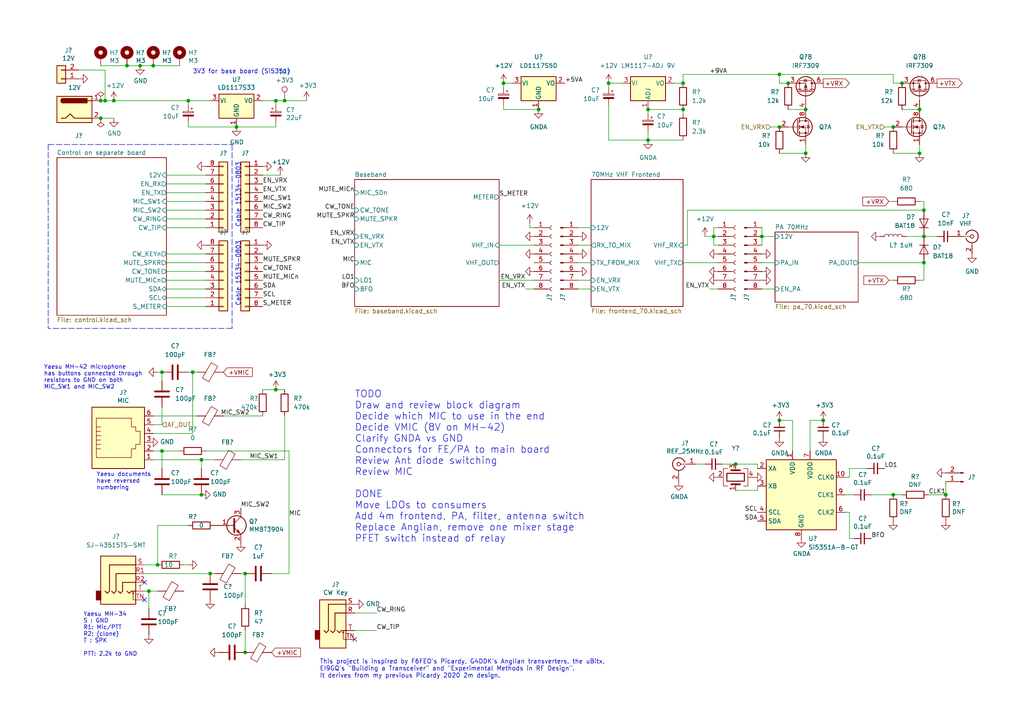
<source format=kicad_sch>
(kicad_sch (version 20211123) (generator eeschema)

  (uuid 7c83c304-769a-4be4-890e-297aba22b5b9)

  (paper "A4")

  (title_block
    (title "DART-70 TRX")
    (date "2023-01-22")
    (rev "0")
    (company "HB9EGM")
    (comment 1 "A 4m Band SSB/CW Transceiver")
  )

  

  (junction (at 29.21 29.21) (diameter 0) (color 0 0 0 0)
    (uuid 0a082e3d-5a37-45bf-9936-1925b33d6b4f)
  )
  (junction (at 228.6 24.13) (diameter 0) (color 0 0 0 0)
    (uuid 0d713598-e0d7-4b64-806d-d27b5ae84128)
  )
  (junction (at 156.21 31.75) (diameter 0) (color 0 0 0 0)
    (uuid 0e896443-97eb-4f57-b4db-382bdbdf63e4)
  )
  (junction (at 259.08 143.51) (diameter 0) (color 0 0 0 0)
    (uuid 11ea7b85-b26d-4a7d-aaed-956352284452)
  )
  (junction (at 40.64 19.05) (diameter 0) (color 0 0 0 0)
    (uuid 130d74aa-cfde-4c45-8bfe-183aacd4590f)
  )
  (junction (at 266.7 44.45) (diameter 0) (color 0 0 0 0)
    (uuid 1379c036-b3e0-455b-b639-0f5dd015d03b)
  )
  (junction (at 198.12 24.13) (diameter 0) (color 0 0 0 0)
    (uuid 13b9a948-b29a-4475-8f42-f20ed3ed1c6a)
  )
  (junction (at 80.01 29.21) (diameter 0) (color 0 0 0 0)
    (uuid 1c29ab88-8089-4a9f-b0ec-e0493fb70d1a)
  )
  (junction (at 33.02 29.21) (diameter 0) (color 0 0 0 0)
    (uuid 1fa90692-7773-42d6-8ba8-8ed55432226b)
  )
  (junction (at 30.48 29.21) (diameter 0) (color 0 0 0 0)
    (uuid 248900dc-9b0b-4fb0-8b44-20e56324d88d)
  )
  (junction (at 29.21 34.29) (diameter 0) (color 0 0 0 0)
    (uuid 2bb5e7ab-7e6e-4e4b-8997-824caea277e9)
  )
  (junction (at 226.06 36.83) (diameter 0) (color 0 0 0 0)
    (uuid 2c691037-8de1-4537-a0ef-41ed59613839)
  )
  (junction (at 187.96 31.75) (diameter 0) (color 0 0 0 0)
    (uuid 398ec90b-61af-4d36-9539-63397d126e21)
  )
  (junction (at 46.99 107.95) (diameter 0) (color 0 0 0 0)
    (uuid 3a352c98-bacc-4de9-b04f-12a570c55e7e)
  )
  (junction (at 226.06 121.92) (diameter 0) (color 0 0 0 0)
    (uuid 3c03082b-2981-4df2-bc33-6ce03d4158b2)
  )
  (junction (at 233.68 44.45) (diameter 0) (color 0 0 0 0)
    (uuid 3fe7be98-f709-408d-a312-564e4532657b)
  )
  (junction (at 238.76 121.92) (diameter 0) (color 0 0 0 0)
    (uuid 4049e650-6035-45af-a547-48a992b127be)
  )
  (junction (at 198.12 31.75) (diameter 0) (color 0 0 0 0)
    (uuid 4242ccf2-3c4d-4a22-8247-2311c54121ff)
  )
  (junction (at 267.97 68.58) (diameter 0) (color 0 0 0 0)
    (uuid 43df9b13-487d-4795-8053-4ad8b2cbb873)
  )
  (junction (at 226.06 21.59) (diameter 0) (color 0 0 0 0)
    (uuid 4750ee37-26c3-426a-a03a-0a50ee4de791)
  )
  (junction (at 36.83 19.05) (diameter 0) (color 0 0 0 0)
    (uuid 48d3528f-d200-4dbf-87c6-2835721afb0e)
  )
  (junction (at 267.97 76.2) (diameter 0) (color 0 0 0 0)
    (uuid 52c182ac-1ae7-47fb-8f27-77f648381fc6)
  )
  (junction (at 54.61 29.21) (diameter 0) (color 0 0 0 0)
    (uuid 547281cc-eb15-43de-9560-1b10e39a19ed)
  )
  (junction (at 233.68 31.75) (diameter 0) (color 0 0 0 0)
    (uuid 5591956a-807b-4208-83a4-6327422e118a)
  )
  (junction (at 45.72 163.83) (diameter 0) (color 0 0 0 0)
    (uuid 5cc7d9f6-bcf8-4ce3-a388-e95342b89483)
  )
  (junction (at 58.42 143.51) (diameter 0) (color 0 0 0 0)
    (uuid 5f16047e-d7f2-44df-91df-e15736d13183)
  )
  (junction (at 55.88 107.95) (diameter 0) (color 0 0 0 0)
    (uuid 6f9ba8f4-4730-4205-80c6-47b34563fe7f)
  )
  (junction (at 58.42 133.35) (diameter 0) (color 0 0 0 0)
    (uuid 7601a94d-f38d-46fb-aa81-cd83d1f218d5)
  )
  (junction (at 80.01 113.03) (diameter 0) (color 0 0 0 0)
    (uuid 8d8cf083-aaf0-416e-8995-e1f2e633279c)
  )
  (junction (at 259.08 36.83) (diameter 0) (color 0 0 0 0)
    (uuid 906f16af-3f1b-4545-bda0-18ebce89ce96)
  )
  (junction (at 146.05 24.13) (diameter 0) (color 0 0 0 0)
    (uuid 91bb5e66-90e9-4aff-b233-5b8d53e4ad1c)
  )
  (junction (at 46.99 130.81) (diameter 0) (color 0 0 0 0)
    (uuid 95e22508-446f-42b3-8914-857b72c3e085)
  )
  (junction (at 267.97 60.96) (diameter 0) (color 0 0 0 0)
    (uuid 97793736-d570-4f2c-8a66-106f7d23b4a8)
  )
  (junction (at 242.57 -71.12) (diameter 0) (color 0 0 0 0)
    (uuid 9a3fa19c-537d-4296-bb63-989030ca8dd5)
  )
  (junction (at 176.53 24.13) (diameter 0) (color 0 0 0 0)
    (uuid a01cdcc4-8ed1-4b36-8702-1b68481a60d9)
  )
  (junction (at 71.12 189.23) (diameter 0) (color 0 0 0 0)
    (uuid a063f253-da0c-4fe6-9200-a1aeca8226ac)
  )
  (junction (at 187.96 40.64) (diameter 0) (color 0 0 0 0)
    (uuid a13e5fb2-5800-4421-9e39-63277f01a71d)
  )
  (junction (at 82.55 29.21) (diameter 0) (color 0 0 0 0)
    (uuid a99cd17b-9938-46df-92bb-88378a42ecd6)
  )
  (junction (at 274.32 143.51) (diameter 0) (color 0 0 0 0)
    (uuid a9fed849-c0d2-45ff-802c-7da3e4c52c0a)
  )
  (junction (at 232.41 -63.5) (diameter 0) (color 0 0 0 0)
    (uuid aeb1da01-4a44-4c30-b05f-9cec7ebba856)
  )
  (junction (at 68.58 36.83) (diameter 0) (color 0 0 0 0)
    (uuid b0c265f7-c716-45d5-8397-630db4d2cf65)
  )
  (junction (at 242.57 -58.42) (diameter 0) (color 0 0 0 0)
    (uuid b80a4902-9741-47e8-9dca-09d8045e2d8b)
  )
  (junction (at 44.45 19.05) (diameter 0) (color 0 0 0 0)
    (uuid d4b4dbc7-e763-47b2-a6cb-b5c021db8bcc)
  )
  (junction (at 43.18 171.45) (diameter 0) (color 0 0 0 0)
    (uuid d4c3f5bf-47cb-4030-92b0-bec21d62f389)
  )
  (junction (at 261.62 24.13) (diameter 0) (color 0 0 0 0)
    (uuid d531b677-92b2-4589-8265-ffb9f0a9f471)
  )
  (junction (at 60.96 166.37) (diameter 0) (color 0 0 0 0)
    (uuid d7ecc3d2-2b6e-4e36-92b9-1b58fb257359)
  )
  (junction (at 71.12 166.37) (diameter 0) (color 0 0 0 0)
    (uuid d9abc64c-b691-4ece-b128-4f1d7b31754f)
  )
  (junction (at 220.98 68.58) (diameter 0) (color 0 0 0 0)
    (uuid e4e1f9d9-3c4f-40b9-b469-d4aa31f8fa0b)
  )
  (junction (at 266.7 31.75) (diameter 0) (color 0 0 0 0)
    (uuid eeabe6f1-2db7-4eed-bd0c-6e41b390284d)
  )
  (junction (at 213.36 134.62) (diameter 0) (color 0 0 0 0)
    (uuid f8c9e2c3-818f-482b-ad48-f9fb56a455b0)
  )
  (junction (at 238.76 -43.18) (diameter 0) (color 0 0 0 0)
    (uuid fce80799-beee-488e-8575-c5bbc1daac9f)
  )
  (junction (at 207.01 68.58) (diameter 0) (color 0 0 0 0)
    (uuid fe103db2-cb49-496f-a97e-9e6a1288beb5)
  )

  (no_connect (at 41.91 173.99) (uuid 891b06d0-7775-40c2-8d16-5452402b91d5))
  (no_connect (at 102.87 185.42) (uuid 9e56fb84-5b0b-47eb-9ee7-e24e7c08829b))
  (no_connect (at 41.91 168.91) (uuid b2135387-8c57-44ac-8ab3-29b54b43f871))

  (wire (pts (xy 29.21 34.29) (xy 33.02 34.29))
    (stroke (width 0) (type default) (color 0 0 0 0))
    (uuid 002154dd-fd21-426e-8f51-d82382197384)
  )
  (wire (pts (xy 71.12 166.37) (xy 71.12 175.26))
    (stroke (width 0) (type default) (color 0 0 0 0))
    (uuid 008a59ee-36fb-4f36-a8b0-5cc99b1e8598)
  )
  (wire (pts (xy 220.98 68.58) (xy 224.79 68.58))
    (stroke (width 0) (type default) (color 0 0 0 0))
    (uuid 01ac92ba-5cd1-46c2-8ba4-cce3dbf5bdfe)
  )
  (wire (pts (xy 48.26 60.96) (xy 59.69 60.96))
    (stroke (width 0) (type default) (color 0 0 0 0))
    (uuid 0491d8a8-2f19-4c01-89d7-89dd7ef9e1cb)
  )
  (wire (pts (xy 246.38 138.43) (xy 245.11 138.43))
    (stroke (width 0) (type default) (color 0 0 0 0))
    (uuid 05f6334e-7131-4999-b788-1681af60d6df)
  )
  (wire (pts (xy 204.47 68.58) (xy 207.01 68.58))
    (stroke (width 0) (type default) (color 0 0 0 0))
    (uuid 083f0ed2-b3a6-4099-9652-454220d86a40)
  )
  (wire (pts (xy 167.64 66.04) (xy 171.45 66.04))
    (stroke (width 0) (type default) (color 0 0 0 0))
    (uuid 087385f5-4257-4376-b1f3-18d9f73513a6)
  )
  (wire (pts (xy 144.78 81.28) (xy 154.94 81.28))
    (stroke (width 0) (type default) (color 0 0 0 0))
    (uuid 093571d4-0ca5-4839-b6c5-46bae251e367)
  )
  (wire (pts (xy 146.05 30.48) (xy 146.05 31.75))
    (stroke (width 0) (type default) (color 0 0 0 0))
    (uuid 0a3a19af-7bfa-4df3-9b73-b98420c4a518)
  )
  (wire (pts (xy 36.83 19.05) (xy 40.64 19.05))
    (stroke (width 0) (type default) (color 0 0 0 0))
    (uuid 0aad0e8d-0747-412b-85ac-039bbac4ff5e)
  )
  (wire (pts (xy 266.7 41.91) (xy 266.7 44.45))
    (stroke (width 0) (type default) (color 0 0 0 0))
    (uuid 0b3a2a48-0270-494e-962a-3658a00a0875)
  )
  (wire (pts (xy 144.78 71.12) (xy 154.94 71.12))
    (stroke (width 0) (type default) (color 0 0 0 0))
    (uuid 0c548c29-4675-455c-b4eb-39554b0e0db8)
  )
  (wire (pts (xy 54.61 29.21) (xy 54.61 30.48))
    (stroke (width 0) (type default) (color 0 0 0 0))
    (uuid 11b5652b-07d3-428f-98d5-c354cf3693b1)
  )
  (wire (pts (xy 267.97 58.42) (xy 266.7 58.42))
    (stroke (width 0) (type default) (color 0 0 0 0))
    (uuid 1365db47-3e50-475d-8b7e-e1db17b616fc)
  )
  (wire (pts (xy 46.99 143.51) (xy 58.42 143.51))
    (stroke (width 0) (type default) (color 0 0 0 0))
    (uuid 158ca0e0-4495-40a4-840e-4638a97400e4)
  )
  (wire (pts (xy 146.05 31.75) (xy 156.21 31.75))
    (stroke (width 0) (type default) (color 0 0 0 0))
    (uuid 160e3a4c-588b-4e79-ac75-f98bf80b7e0b)
  )
  (wire (pts (xy 81.28 50.8) (xy 76.2 50.8))
    (stroke (width 0) (type default) (color 0 0 0 0))
    (uuid 16f4aa89-10b3-4c19-aee2-b110182c6854)
  )
  (wire (pts (xy 80.01 29.21) (xy 82.55 29.21))
    (stroke (width 0) (type default) (color 0 0 0 0))
    (uuid 17ba5b19-2b5b-474e-9c14-1c7d35991587)
  )
  (wire (pts (xy 198.12 31.75) (xy 198.12 33.02))
    (stroke (width 0) (type default) (color 0 0 0 0))
    (uuid 17fc291b-23f9-4de7-9168-978b13dcd03c)
  )
  (wire (pts (xy 59.69 130.81) (xy 83.82 130.81))
    (stroke (width 0) (type default) (color 0 0 0 0))
    (uuid 1870983d-2296-4a85-a2a8-dd30e5c443bf)
  )
  (wire (pts (xy 220.98 83.82) (xy 224.79 83.82))
    (stroke (width 0) (type default) (color 0 0 0 0))
    (uuid 19a6b424-c553-4be2-9c2f-6b5d041d6f35)
  )
  (wire (pts (xy 55.88 125.73) (xy 55.88 107.95))
    (stroke (width 0) (type default) (color 0 0 0 0))
    (uuid 1ad0d821-5483-4b76-bc47-be457278eb28)
  )
  (wire (pts (xy 48.26 88.9) (xy 59.69 88.9))
    (stroke (width 0) (type default) (color 0 0 0 0))
    (uuid 1de35109-2490-47e3-8be5-ab22f13c6848)
  )
  (wire (pts (xy 48.26 50.8) (xy 59.69 50.8))
    (stroke (width 0) (type default) (color 0 0 0 0))
    (uuid 1ef50cec-8701-41c9-a796-aac175c3bcb1)
  )
  (wire (pts (xy 180.34 24.13) (xy 176.53 24.13))
    (stroke (width 0) (type default) (color 0 0 0 0))
    (uuid 2199bdfc-0462-4363-af5e-16d8e19d600a)
  )
  (wire (pts (xy 44.45 120.65) (xy 57.15 120.65))
    (stroke (width 0) (type default) (color 0 0 0 0))
    (uuid 21a31168-6a32-465e-90c5-7054c3746336)
  )
  (wire (pts (xy 207.01 68.58) (xy 207.01 66.04))
    (stroke (width 0) (type default) (color 0 0 0 0))
    (uuid 22dcd381-de7e-4770-b1fc-5b1585b1e01c)
  )
  (wire (pts (xy 152.4 83.82) (xy 154.94 83.82))
    (stroke (width 0) (type default) (color 0 0 0 0))
    (uuid 257ea06f-4fb4-4041-9548-2259364176a6)
  )
  (wire (pts (xy 46.99 130.81) (xy 46.99 135.89))
    (stroke (width 0) (type default) (color 0 0 0 0))
    (uuid 25a98035-fb8e-4ac6-96f3-8f8f72a02b43)
  )
  (wire (pts (xy 54.61 29.21) (xy 60.96 29.21))
    (stroke (width 0) (type default) (color 0 0 0 0))
    (uuid 28eca374-9b5c-4480-a1a6-52ddcbb57db2)
  )
  (wire (pts (xy 245.11 143.51) (xy 247.65 143.51))
    (stroke (width 0) (type default) (color 0 0 0 0))
    (uuid 2a86319a-5a94-4745-ad80-6b5c02f72e82)
  )
  (polyline (pts (xy 67.31 41.91) (xy 67.31 95.25))
    (stroke (width 0) (type default) (color 0 0 0 0))
    (uuid 2df6f517-3da3-4761-bd39-ad71c01eb424)
  )

  (wire (pts (xy 205.74 83.82) (xy 208.28 83.82))
    (stroke (width 0) (type default) (color 0 0 0 0))
    (uuid 2e8990ed-fee4-46e0-a5d6-572eb84d7bbe)
  )
  (wire (pts (xy 187.96 40.64) (xy 198.12 40.64))
    (stroke (width 0) (type default) (color 0 0 0 0))
    (uuid 33f01d9a-6abc-40a9-9b6b-d34bddbf731f)
  )
  (wire (pts (xy 256.54 36.83) (xy 259.08 36.83))
    (stroke (width 0) (type default) (color 0 0 0 0))
    (uuid 345987da-5aa5-4c5e-90e1-ddf0086ed5fb)
  )
  (wire (pts (xy 64.77 120.65) (xy 76.2 120.65))
    (stroke (width 0) (type default) (color 0 0 0 0))
    (uuid 3bf35dfb-9b64-4dae-8540-7e454b1642f9)
  )
  (wire (pts (xy 55.88 107.95) (xy 54.61 107.95))
    (stroke (width 0) (type default) (color 0 0 0 0))
    (uuid 3c9f429a-ce9e-402f-b88c-b98ad5992603)
  )
  (wire (pts (xy 153.67 64.77) (xy 153.67 66.04))
    (stroke (width 0) (type default) (color 0 0 0 0))
    (uuid 3e9b82a4-d9cb-49e4-825f-83213cf846fe)
  )
  (wire (pts (xy 262.89 68.58) (xy 267.97 68.58))
    (stroke (width 0) (type default) (color 0 0 0 0))
    (uuid 3eb66799-e8b0-416b-a9e5-17fd18188e1b)
  )
  (wire (pts (xy 48.26 53.34) (xy 59.69 53.34))
    (stroke (width 0) (type default) (color 0 0 0 0))
    (uuid 3f726201-a2b0-494c-bb67-0bed26cc560f)
  )
  (wire (pts (xy 55.88 107.95) (xy 57.15 107.95))
    (stroke (width 0) (type default) (color 0 0 0 0))
    (uuid 434a04ca-5f35-4180-ace6-acf8d38aeef3)
  )
  (wire (pts (xy 195.58 24.13) (xy 198.12 24.13))
    (stroke (width 0) (type default) (color 0 0 0 0))
    (uuid 4435e8ff-b63e-4b32-81db-49caa0dd6c5f)
  )
  (wire (pts (xy 48.26 55.88) (xy 59.69 55.88))
    (stroke (width 0) (type default) (color 0 0 0 0))
    (uuid 475d7116-2e26-4a72-942e-766ab472ca0d)
  )
  (wire (pts (xy 198.12 21.59) (xy 198.12 24.13))
    (stroke (width 0) (type default) (color 0 0 0 0))
    (uuid 4c57c394-f97c-4a0b-80d4-0b5157781c3b)
  )
  (wire (pts (xy 199.39 60.96) (xy 267.97 60.96))
    (stroke (width 0) (type default) (color 0 0 0 0))
    (uuid 4cb05072-e4ec-4ace-9793-ec8663b33a48)
  )
  (wire (pts (xy 261.62 31.75) (xy 266.7 31.75))
    (stroke (width 0) (type default) (color 0 0 0 0))
    (uuid 4d5acc98-17ff-4e60-af52-349a1269dddf)
  )
  (wire (pts (xy 254 -58.42) (xy 254 -68.58))
    (stroke (width 0) (type default) (color 0 0 0 0))
    (uuid 51a3f919-4f6b-4c1a-9e4b-219d7ae9f12e)
  )
  (wire (pts (xy 220.98 66.04) (xy 220.98 68.58))
    (stroke (width 0) (type default) (color 0 0 0 0))
    (uuid 51ff27b9-f9f9-45f2-b9f3-2b930513405d)
  )
  (wire (pts (xy 167.64 81.28) (xy 171.45 81.28))
    (stroke (width 0) (type default) (color 0 0 0 0))
    (uuid 52d9d6dd-4266-418b-bf9a-446977053e6f)
  )
  (wire (pts (xy 48.26 78.74) (xy 59.69 78.74))
    (stroke (width 0) (type default) (color 0 0 0 0))
    (uuid 56cb3f92-2c0e-42ee-84b9-de64810b5c8d)
  )
  (wire (pts (xy 29.21 19.05) (xy 36.83 19.05))
    (stroke (width 0) (type default) (color 0 0 0 0))
    (uuid 579d81c4-8fa6-40d5-b99a-d160787b45b9)
  )
  (wire (pts (xy 80.01 113.03) (xy 76.2 113.03))
    (stroke (width 0) (type default) (color 0 0 0 0))
    (uuid 5ce79a04-245c-4090-bc67-097c17a5dc6e)
  )
  (wire (pts (xy 259.08 21.59) (xy 226.06 21.59))
    (stroke (width 0) (type default) (color 0 0 0 0))
    (uuid 5ea05504-bb96-4847-90cf-26cb1afd4244)
  )
  (wire (pts (xy 33.02 29.21) (xy 54.61 29.21))
    (stroke (width 0) (type default) (color 0 0 0 0))
    (uuid 6465c817-6f2e-4e62-ac9d-f9a1d93df9e1)
  )
  (wire (pts (xy 251.46 135.89) (xy 246.38 135.89))
    (stroke (width 0) (type default) (color 0 0 0 0))
    (uuid 64e90390-0f4c-4cc1-bafa-363ce23516e9)
  )
  (wire (pts (xy 46.99 130.81) (xy 52.07 130.81))
    (stroke (width 0) (type default) (color 0 0 0 0))
    (uuid 6528e072-e372-41fe-aa77-610053232b9e)
  )
  (wire (pts (xy 264.16 -64.77) (xy 264.16 -58.42))
    (stroke (width 0) (type default) (color 0 0 0 0))
    (uuid 65756912-fb86-4307-8753-f20d3967afa2)
  )
  (wire (pts (xy 246.38 156.21) (xy 246.38 148.59))
    (stroke (width 0) (type default) (color 0 0 0 0))
    (uuid 65dd0601-a23d-4c5d-b924-966fc498cbfc)
  )
  (wire (pts (xy 257.81 81.28) (xy 259.08 81.28))
    (stroke (width 0) (type default) (color 0 0 0 0))
    (uuid 65fd1318-4897-4656-baf4-cc1aa4efc50e)
  )
  (wire (pts (xy 233.68 44.45) (xy 226.06 44.45))
    (stroke (width 0) (type default) (color 0 0 0 0))
    (uuid 67fd7240-7a2e-4504-8c70-47b3112c634e)
  )
  (wire (pts (xy 246.38 148.59) (xy 245.11 148.59))
    (stroke (width 0) (type default) (color 0 0 0 0))
    (uuid 699bee8c-8bc3-4aa6-b4ed-0aa4d255078a)
  )
  (wire (pts (xy 234.95 121.92) (xy 234.95 130.81))
    (stroke (width 0) (type default) (color 0 0 0 0))
    (uuid 6b09c60c-c53b-47dd-b8b8-94f682cd2086)
  )
  (wire (pts (xy 48.26 81.28) (xy 59.69 81.28))
    (stroke (width 0) (type default) (color 0 0 0 0))
    (uuid 6c2583d2-6254-4856-a6b8-160d5f6a3f99)
  )
  (wire (pts (xy 207.01 71.12) (xy 207.01 68.58))
    (stroke (width 0) (type default) (color 0 0 0 0))
    (uuid 71e59ea6-1d95-41dd-aaff-b947e8d6629b)
  )
  (wire (pts (xy 43.18 171.45) (xy 45.72 171.45))
    (stroke (width 0) (type default) (color 0 0 0 0))
    (uuid 735e33ba-0601-4acb-983d-1656020ec14e)
  )
  (wire (pts (xy 259.08 24.13) (xy 261.62 24.13))
    (stroke (width 0) (type default) (color 0 0 0 0))
    (uuid 73697aae-1f79-401a-bdaa-9ebc2f2340de)
  )
  (wire (pts (xy 146.05 24.13) (xy 146.05 25.4))
    (stroke (width 0) (type default) (color 0 0 0 0))
    (uuid 7471700d-9a5d-406e-b9fc-bdeed49379fa)
  )
  (wire (pts (xy 30.48 29.21) (xy 33.02 29.21))
    (stroke (width 0) (type default) (color 0 0 0 0))
    (uuid 74760d5b-303c-4603-ac2e-6b5209546581)
  )
  (wire (pts (xy 167.64 76.2) (xy 171.45 76.2))
    (stroke (width 0) (type default) (color 0 0 0 0))
    (uuid 7887f659-7796-4d20-b8ec-45fe37db4d3b)
  )
  (wire (pts (xy 83.82 166.37) (xy 83.82 130.81))
    (stroke (width 0) (type default) (color 0 0 0 0))
    (uuid 797fc097-40b2-4b52-9419-f36210a6f13e)
  )
  (wire (pts (xy 22.86 20.32) (xy 30.48 20.32))
    (stroke (width 0) (type default) (color 0 0 0 0))
    (uuid 79aced1b-30d4-4883-86bf-8a38d664736a)
  )
  (wire (pts (xy 252.73 143.51) (xy 259.08 143.51))
    (stroke (width 0) (type default) (color 0 0 0 0))
    (uuid 7d4200e5-e280-4699-af56-048ba84247d3)
  )
  (wire (pts (xy 46.99 118.11) (xy 46.99 123.19))
    (stroke (width 0) (type default) (color 0 0 0 0))
    (uuid 7d8f59be-6dad-44f9-9b4e-0c7978f1e30d)
  )
  (wire (pts (xy 46.99 107.95) (xy 45.72 107.95))
    (stroke (width 0) (type default) (color 0 0 0 0))
    (uuid 7db46f4d-dc81-45cb-a2f4-20f1f9739ff2)
  )
  (wire (pts (xy 62.23 166.37) (xy 60.96 166.37))
    (stroke (width 0) (type default) (color 0 0 0 0))
    (uuid 7fcd6903-4017-464e-a708-1e51b67dd39f)
  )
  (wire (pts (xy 259.08 58.42) (xy 257.81 58.42))
    (stroke (width 0) (type default) (color 0 0 0 0))
    (uuid 8025fc94-e615-4b56-8bf2-4787b89136f5)
  )
  (wire (pts (xy 198.12 76.2) (xy 208.28 76.2))
    (stroke (width 0) (type default) (color 0 0 0 0))
    (uuid 80c9eaaa-abb4-4304-825a-1964608b4c6b)
  )
  (wire (pts (xy 153.67 66.04) (xy 154.94 66.04))
    (stroke (width 0) (type default) (color 0 0 0 0))
    (uuid 814385ff-48a3-478a-9a33-47cb468f9486)
  )
  (polyline (pts (xy 13.97 41.91) (xy 13.97 95.25))
    (stroke (width 0) (type default) (color 0 0 0 0))
    (uuid 834eed63-98bc-4692-be8a-6868d5c838d4)
  )

  (wire (pts (xy 48.26 66.04) (xy 59.69 66.04))
    (stroke (width 0) (type default) (color 0 0 0 0))
    (uuid 836458d9-8a3b-4d53-aaf1-9cc6ec2305f2)
  )
  (wire (pts (xy 58.42 133.35) (xy 62.23 133.35))
    (stroke (width 0) (type default) (color 0 0 0 0))
    (uuid 87f516d2-d735-4581-8e73-4e729efd87ba)
  )
  (wire (pts (xy 69.85 133.35) (xy 82.55 133.35))
    (stroke (width 0) (type default) (color 0 0 0 0))
    (uuid 8b538a9f-9402-415e-ad6a-b4f61953dc74)
  )
  (wire (pts (xy 48.26 86.36) (xy 59.69 86.36))
    (stroke (width 0) (type default) (color 0 0 0 0))
    (uuid 8c8438c2-dfb5-4131-857c-1ad8997220ea)
  )
  (wire (pts (xy 247.65 156.21) (xy 246.38 156.21))
    (stroke (width 0) (type default) (color 0 0 0 0))
    (uuid 8e0abe23-8e7e-48a9-af11-f26197bd8fbf)
  )
  (wire (pts (xy 44.45 125.73) (xy 55.88 125.73))
    (stroke (width 0) (type default) (color 0 0 0 0))
    (uuid 8f3b97a5-e26f-412d-826e-78bbaa8f51aa)
  )
  (wire (pts (xy 176.53 30.48) (xy 176.53 40.64))
    (stroke (width 0) (type default) (color 0 0 0 0))
    (uuid 8f5c2a3a-b2da-434e-8810-9da52a5e413a)
  )
  (wire (pts (xy 71.12 182.88) (xy 71.12 189.23))
    (stroke (width 0) (type default) (color 0 0 0 0))
    (uuid 91c438b1-678d-4a85-be0e-771bfbc58931)
  )
  (wire (pts (xy 228.6 31.75) (xy 233.68 31.75))
    (stroke (width 0) (type default) (color 0 0 0 0))
    (uuid 92dfb53a-5556-47b1-8088-214aebbc803d)
  )
  (wire (pts (xy 46.99 107.95) (xy 46.99 110.49))
    (stroke (width 0) (type default) (color 0 0 0 0))
    (uuid 93047e1e-286b-4665-a58a-4865955ff500)
  )
  (wire (pts (xy 207.01 66.04) (xy 208.28 66.04))
    (stroke (width 0) (type default) (color 0 0 0 0))
    (uuid 9991203b-a07d-48db-9b05-ed716414c92f)
  )
  (wire (pts (xy 54.61 35.56) (xy 54.61 36.83))
    (stroke (width 0) (type default) (color 0 0 0 0))
    (uuid 99f8394d-1325-4f0e-9ed0-19dceab6e1f9)
  )
  (wire (pts (xy 242.57 -58.42) (xy 238.76 -58.42))
    (stroke (width 0) (type default) (color 0 0 0 0))
    (uuid 9c52eb74-b8c8-4100-b844-c9be7c6d511d)
  )
  (wire (pts (xy 238.76 -43.18) (xy 238.76 -46.99))
    (stroke (width 0) (type default) (color 0 0 0 0))
    (uuid 9c9d09c2-fbb3-42fd-8022-a7107b60bdef)
  )
  (wire (pts (xy 238.76 121.92) (xy 234.95 121.92))
    (stroke (width 0) (type default) (color 0 0 0 0))
    (uuid 9d3a7a2b-8bae-4d82-8634-16a99f57e389)
  )
  (wire (pts (xy 44.45 130.81) (xy 46.99 130.81))
    (stroke (width 0) (type default) (color 0 0 0 0))
    (uuid 9f4d8704-0849-4b98-9b4c-c8bbb0f9f5ce)
  )
  (wire (pts (xy 223.52 36.83) (xy 226.06 36.83))
    (stroke (width 0) (type default) (color 0 0 0 0))
    (uuid a057c374-c462-4764-bd16-2c00eef92afa)
  )
  (wire (pts (xy 242.57 -68.58) (xy 242.57 -71.12))
    (stroke (width 0) (type default) (color 0 0 0 0))
    (uuid a15bb254-7167-427e-9ec3-c4abcf53e5b1)
  )
  (wire (pts (xy 102.87 177.8) (xy 109.22 177.8))
    (stroke (width 0) (type default) (color 0 0 0 0))
    (uuid a1abde39-78d5-402d-bb1c-75243c61d29b)
  )
  (wire (pts (xy 48.26 58.42) (xy 59.69 58.42))
    (stroke (width 0) (type default) (color 0 0 0 0))
    (uuid a2c10dec-c0b0-471a-b75e-c1a8452900c1)
  )
  (wire (pts (xy 220.98 68.58) (xy 220.98 71.12))
    (stroke (width 0) (type default) (color 0 0 0 0))
    (uuid a40b6a6f-dc57-45f8-9beb-e6dbac2dd670)
  )
  (wire (pts (xy 238.76 -54.61) (xy 238.76 -58.42))
    (stroke (width 0) (type default) (color 0 0 0 0))
    (uuid a5d8fc97-d7c1-4797-9d4b-768d4ee7add9)
  )
  (wire (pts (xy 69.85 166.37) (xy 71.12 166.37))
    (stroke (width 0) (type default) (color 0 0 0 0))
    (uuid a5f4f26e-4b82-496f-b7bb-4ed4211f8100)
  )
  (wire (pts (xy 54.61 36.83) (xy 68.58 36.83))
    (stroke (width 0) (type default) (color 0 0 0 0))
    (uuid a69bb6f5-978b-49bb-9446-4ec9cfe4501e)
  )
  (wire (pts (xy 246.38 -43.18) (xy 238.76 -43.18))
    (stroke (width 0) (type default) (color 0 0 0 0))
    (uuid a731f80a-972f-45de-8f8a-42b0b7414eea)
  )
  (wire (pts (xy 259.08 21.59) (xy 259.08 24.13))
    (stroke (width 0) (type default) (color 0 0 0 0))
    (uuid a7349b87-3477-4ba5-bc62-3587f94ab817)
  )
  (wire (pts (xy 267.97 58.42) (xy 267.97 60.96))
    (stroke (width 0) (type default) (color 0 0 0 0))
    (uuid a8465ca8-68f9-4eee-904b-5bbfa483a6ff)
  )
  (wire (pts (xy 43.18 176.53) (xy 43.18 171.45))
    (stroke (width 0) (type default) (color 0 0 0 0))
    (uuid a8d341ec-3332-4d82-8a1f-e52e32f564f1)
  )
  (wire (pts (xy 88.9 29.21) (xy 82.55 29.21))
    (stroke (width 0) (type default) (color 0 0 0 0))
    (uuid a93dd5f3-ded3-42da-9f3d-78740a5a5bff)
  )
  (wire (pts (xy 48.26 83.82) (xy 59.69 83.82))
    (stroke (width 0) (type default) (color 0 0 0 0))
    (uuid ac0ae1b6-d482-4675-aec8-4c2f8c7318db)
  )
  (wire (pts (xy 226.06 21.59) (xy 198.12 21.59))
    (stroke (width 0) (type default) (color 0 0 0 0))
    (uuid ad76707e-1f2e-4941-86a0-50951acd24bc)
  )
  (wire (pts (xy 176.53 40.64) (xy 187.96 40.64))
    (stroke (width 0) (type default) (color 0 0 0 0))
    (uuid aed0a299-8aa6-4a50-b993-c38efe5fdd7a)
  )
  (wire (pts (xy 176.53 24.13) (xy 176.53 25.4))
    (stroke (width 0) (type default) (color 0 0 0 0))
    (uuid b1ea2466-2371-4b96-9289-6c42e0f0b899)
  )
  (wire (pts (xy 208.28 68.58) (xy 207.01 68.58))
    (stroke (width 0) (type default) (color 0 0 0 0))
    (uuid b2567046-fd9d-4b4e-9692-c6e5bb919428)
  )
  (polyline (pts (xy 13.97 41.91) (xy 67.31 41.91))
    (stroke (width 0) (type default) (color 0 0 0 0))
    (uuid b3f67849-c79e-4262-b803-d461d1887604)
  )
  (polyline (pts (xy 67.31 95.25) (xy 13.97 95.25))
    (stroke (width 0) (type default) (color 0 0 0 0))
    (uuid b415a656-e3e5-4629-aa6c-6a23a847c576)
  )

  (wire (pts (xy 266.7 44.45) (xy 259.08 44.45))
    (stroke (width 0) (type default) (color 0 0 0 0))
    (uuid b5cbe891-dcdf-4951-8f0a-b2c28e4293cd)
  )
  (wire (pts (xy 199.39 60.96) (xy 199.39 71.12))
    (stroke (width 0) (type default) (color 0 0 0 0))
    (uuid b7171b4c-eca6-40ec-b421-389a14cba197)
  )
  (wire (pts (xy 48.26 63.5) (xy 59.69 63.5))
    (stroke (width 0) (type default) (color 0 0 0 0))
    (uuid bb13b6c6-7b88-4971-969d-518c0a6e43cc)
  )
  (wire (pts (xy 226.06 24.13) (xy 228.6 24.13))
    (stroke (width 0) (type default) (color 0 0 0 0))
    (uuid bb78f99c-6783-4afe-a661-68817d4180ab)
  )
  (wire (pts (xy 246.38 135.89) (xy 246.38 138.43))
    (stroke (width 0) (type default) (color 0 0 0 0))
    (uuid bcb20d96-4c0e-4c98-a263-0cdd41ab15e5)
  )
  (wire (pts (xy 187.96 38.1) (xy 187.96 40.64))
    (stroke (width 0) (type default) (color 0 0 0 0))
    (uuid bda7a16e-b931-4d51-b769-ff5809beef5f)
  )
  (wire (pts (xy 199.39 71.12) (xy 198.12 71.12))
    (stroke (width 0) (type default) (color 0 0 0 0))
    (uuid be34fe28-91db-4153-a910-bbfafd34e127)
  )
  (wire (pts (xy 41.91 163.83) (xy 45.72 163.83))
    (stroke (width 0) (type default) (color 0 0 0 0))
    (uuid bf7e6467-20df-4f97-b158-e22e9c63a13b)
  )
  (wire (pts (xy 234.95 -63.5) (xy 232.41 -63.5))
    (stroke (width 0) (type default) (color 0 0 0 0))
    (uuid c0a01a64-7d1b-472d-8880-567c93d125ef)
  )
  (wire (pts (xy 267.97 76.2) (xy 267.97 81.28))
    (stroke (width 0) (type default) (color 0 0 0 0))
    (uuid c23728ce-bdd5-4da9-b0f8-75fac060a96d)
  )
  (wire (pts (xy 229.87 121.92) (xy 229.87 130.81))
    (stroke (width 0) (type default) (color 0 0 0 0))
    (uuid c24d03f2-5bff-4d74-88e5-481cd2f1e035)
  )
  (wire (pts (xy 43.18 171.45) (xy 41.91 171.45))
    (stroke (width 0) (type default) (color 0 0 0 0))
    (uuid c2bffc4c-3205-4eb4-b359-339ae5964aa6)
  )
  (wire (pts (xy 269.24 -60.96) (xy 269.24 -58.42))
    (stroke (width 0) (type default) (color 0 0 0 0))
    (uuid c353b884-bf6e-4195-82d9-6e347a13f8f2)
  )
  (wire (pts (xy 41.91 166.37) (xy 60.96 166.37))
    (stroke (width 0) (type default) (color 0 0 0 0))
    (uuid c36a02cf-e3ab-41a0-a53f-62781e2f4d5a)
  )
  (wire (pts (xy 274.32 143.51) (xy 274.32 139.7))
    (stroke (width 0) (type default) (color 0 0 0 0))
    (uuid c48e879f-0b64-4f86-a8cf-003dbff29c4e)
  )
  (wire (pts (xy 82.55 113.03) (xy 80.01 113.03))
    (stroke (width 0) (type default) (color 0 0 0 0))
    (uuid c61ce38f-16a2-4f9d-a5dc-c559fb6d9c70)
  )
  (wire (pts (xy 261.62 143.51) (xy 259.08 143.51))
    (stroke (width 0) (type default) (color 0 0 0 0))
    (uuid cbbfb5e5-7e85-4367-b6a7-9b21fc6d9e17)
  )
  (wire (pts (xy 213.36 142.24) (xy 219.71 142.24))
    (stroke (width 0) (type default) (color 0 0 0 0))
    (uuid cc89f37d-2221-4ee8-a763-21432c733f93)
  )
  (wire (pts (xy 76.2 29.21) (xy 80.01 29.21))
    (stroke (width 0) (type default) (color 0 0 0 0))
    (uuid cdc3b2bb-9f60-476c-ac94-bf550b6e7b5e)
  )
  (wire (pts (xy 233.68 41.91) (xy 233.68 44.45))
    (stroke (width 0) (type default) (color 0 0 0 0))
    (uuid cdf8245b-2e03-441d-8536-8e14a3d0d2ff)
  )
  (wire (pts (xy 226.06 121.92) (xy 229.87 121.92))
    (stroke (width 0) (type default) (color 0 0 0 0))
    (uuid ceb52c7a-a12c-449a-be98-109b3a3bd409)
  )
  (wire (pts (xy 29.21 29.21) (xy 30.48 29.21))
    (stroke (width 0) (type default) (color 0 0 0 0))
    (uuid d18620ef-44b4-47e8-b939-bb0398e91c85)
  )
  (wire (pts (xy 54.61 152.4) (xy 45.72 152.4))
    (stroke (width 0) (type default) (color 0 0 0 0))
    (uuid d1ce4cd2-0109-47a9-93f8-38c475604c2d)
  )
  (wire (pts (xy 78.74 166.37) (xy 83.82 166.37))
    (stroke (width 0) (type default) (color 0 0 0 0))
    (uuid d3155823-164e-414b-a9b1-daa66df8bb6f)
  )
  (wire (pts (xy 208.28 71.12) (xy 207.01 71.12))
    (stroke (width 0) (type default) (color 0 0 0 0))
    (uuid d4867c18-2716-4853-ab72-4df6a9980642)
  )
  (wire (pts (xy 219.71 134.62) (xy 219.71 135.89))
    (stroke (width 0) (type default) (color 0 0 0 0))
    (uuid d51dda35-7a1a-4d41-817a-7bb1f7f6ffd4)
  )
  (wire (pts (xy 40.64 19.05) (xy 44.45 19.05))
    (stroke (width 0) (type default) (color 0 0 0 0))
    (uuid d5d26400-826e-40a5-a7b1-6a9ebbaedfb4)
  )
  (wire (pts (xy 271.78 68.58) (xy 267.97 68.58))
    (stroke (width 0) (type default) (color 0 0 0 0))
    (uuid d62cfc4c-5e25-471a-be1e-d5cbaecce182)
  )
  (wire (pts (xy 48.26 76.2) (xy 59.69 76.2))
    (stroke (width 0) (type default) (color 0 0 0 0))
    (uuid d7523127-343f-4298-b5c8-80c9ba468cc7)
  )
  (wire (pts (xy 229.87 -63.5) (xy 232.41 -63.5))
    (stroke (width 0) (type default) (color 0 0 0 0))
    (uuid d77b5383-1057-41f7-a864-97b50dcdeb67)
  )
  (wire (pts (xy 44.45 133.35) (xy 58.42 133.35))
    (stroke (width 0) (type default) (color 0 0 0 0))
    (uuid d930fc96-8b75-40b5-9ee9-57e99b4b1e79)
  )
  (wire (pts (xy 246.38 -58.42) (xy 242.57 -58.42))
    (stroke (width 0) (type default) (color 0 0 0 0))
    (uuid db017b0a-0353-497a-a563-8390daa5d431)
  )
  (wire (pts (xy 48.26 73.66) (xy 59.69 73.66))
    (stroke (width 0) (type default) (color 0 0 0 0))
    (uuid dc5747ab-76be-4b9c-9c8e-2d26c29683ce)
  )
  (wire (pts (xy 146.05 24.13) (xy 148.59 24.13))
    (stroke (width 0) (type default) (color 0 0 0 0))
    (uuid dd927172-6a9a-406f-a951-4e7f78cebb7b)
  )
  (wire (pts (xy 82.55 133.35) (xy 82.55 120.65))
    (stroke (width 0) (type default) (color 0 0 0 0))
    (uuid df575995-d075-4197-ae4c-3185311de64f)
  )
  (wire (pts (xy 44.45 19.05) (xy 52.07 19.05))
    (stroke (width 0) (type default) (color 0 0 0 0))
    (uuid dfd58d9e-0c03-4a20-9983-0d32c26093d8)
  )
  (wire (pts (xy 58.42 133.35) (xy 58.42 135.89))
    (stroke (width 0) (type default) (color 0 0 0 0))
    (uuid e0e72379-6e51-47d2-a002-fae952c661a9)
  )
  (wire (pts (xy 248.92 76.2) (xy 267.97 76.2))
    (stroke (width 0) (type default) (color 0 0 0 0))
    (uuid e179afbd-6a5a-42a9-b8c9-98a642ddd3c2)
  )
  (wire (pts (xy 68.58 36.83) (xy 80.01 36.83))
    (stroke (width 0) (type default) (color 0 0 0 0))
    (uuid e264f0d9-6386-4838-a810-81df8032f681)
  )
  (wire (pts (xy 30.48 20.32) (xy 30.48 29.21))
    (stroke (width 0) (type default) (color 0 0 0 0))
    (uuid e49f1b40-a83b-4b72-93d7-dd44349357c4)
  )
  (wire (pts (xy 102.87 182.88) (xy 109.22 182.88))
    (stroke (width 0) (type default) (color 0 0 0 0))
    (uuid e7ac32f0-5e71-4c65-ac6f-730f4731f5f7)
  )
  (wire (pts (xy 274.32 143.51) (xy 269.24 143.51))
    (stroke (width 0) (type default) (color 0 0 0 0))
    (uuid ea6f4611-7eac-4b21-b232-fff65a738b95)
  )
  (wire (pts (xy 209.55 134.62) (xy 213.36 134.62))
    (stroke (width 0) (type default) (color 0 0 0 0))
    (uuid ea97e745-2bac-4983-a78b-499e0f8d7b6d)
  )
  (wire (pts (xy 242.57 -71.12) (xy 232.41 -71.12))
    (stroke (width 0) (type default) (color 0 0 0 0))
    (uuid eb3550c5-55d7-4b5a-8fbc-509d8db76263)
  )
  (wire (pts (xy 187.96 31.75) (xy 198.12 31.75))
    (stroke (width 0) (type default) (color 0 0 0 0))
    (uuid eb9b3733-e4ec-4731-87f1-5f6fd8f11a68)
  )
  (wire (pts (xy 43.18 128.27) (xy 44.45 128.27))
    (stroke (width 0) (type default) (color 0 0 0 0))
    (uuid ec10280c-9e34-42b3-afb8-448fcc7ca9a8)
  )
  (wire (pts (xy 53.34 163.83) (xy 54.61 163.83))
    (stroke (width 0) (type default) (color 0 0 0 0))
    (uuid ec3f3094-faf1-4e21-bd96-d842704479de)
  )
  (wire (pts (xy 220.98 76.2) (xy 224.79 76.2))
    (stroke (width 0) (type default) (color 0 0 0 0))
    (uuid ec9ab5ce-9c00-44e5-a77e-bb465908cae4)
  )
  (wire (pts (xy 167.64 71.12) (xy 171.45 71.12))
    (stroke (width 0) (type default) (color 0 0 0 0))
    (uuid ecfe8984-0282-4208-8f3d-aa8b3adb9dd8)
  )
  (wire (pts (xy 46.99 123.19) (xy 44.45 123.19))
    (stroke (width 0) (type default) (color 0 0 0 0))
    (uuid ef395171-d5fe-4691-885b-3c26155b5309)
  )
  (wire (pts (xy 45.72 152.4) (xy 45.72 163.83))
    (stroke (width 0) (type default) (color 0 0 0 0))
    (uuid f142e195-1e8c-4d80-b290-cc6d513aa04c)
  )
  (wire (pts (xy 204.47 134.62) (xy 201.93 134.62))
    (stroke (width 0) (type default) (color 0 0 0 0))
    (uuid f38fd353-54b3-403a-9387-7ff36888e6a9)
  )
  (wire (pts (xy 213.36 134.62) (xy 219.71 134.62))
    (stroke (width 0) (type default) (color 0 0 0 0))
    (uuid f7008c47-327e-4961-9c20-bbaf09b0d636)
  )
  (wire (pts (xy 219.71 142.24) (xy 219.71 140.97))
    (stroke (width 0) (type default) (color 0 0 0 0))
    (uuid f841e691-04bf-4057-bcb4-476ba3910c05)
  )
  (wire (pts (xy 167.64 83.82) (xy 171.45 83.82))
    (stroke (width 0) (type default) (color 0 0 0 0))
    (uuid f9b69a05-45f9-4bdb-aa7e-f2da8c731fea)
  )
  (wire (pts (xy 266.7 81.28) (xy 267.97 81.28))
    (stroke (width 0) (type default) (color 0 0 0 0))
    (uuid fa186e4d-5679-4648-97be-d46dd5fe54d1)
  )
  (wire (pts (xy 80.01 35.56) (xy 80.01 36.83))
    (stroke (width 0) (type default) (color 0 0 0 0))
    (uuid fc244ca3-4412-44ac-b1f3-44d00d15b5ac)
  )
  (wire (pts (xy 187.96 31.75) (xy 187.96 33.02))
    (stroke (width 0) (type default) (color 0 0 0 0))
    (uuid fc4a7459-1bb4-4226-8823-ec552cb8417e)
  )
  (wire (pts (xy 226.06 21.59) (xy 226.06 24.13))
    (stroke (width 0) (type default) (color 0 0 0 0))
    (uuid fe8a3f3f-3126-421d-b59c-37217ed6f49c)
  )
  (wire (pts (xy 80.01 29.21) (xy 80.01 30.48))
    (stroke (width 0) (type default) (color 0 0 0 0))
    (uuid ffb99ea8-48c3-486c-94d4-7034e45d57f7)
  )

  (text "Cable 15134-0803" (at 69.85 88.9 90)
    (effects (font (size 1.27 1.27)) (justify left bottom))
    (uuid 0929caf6-d906-41f2-ac17-e9ad4d47086b)
  )
  (text "Yaesu documents\nhave reversed\nnumbering" (at 27.94 142.24 0)
    (effects (font (size 1.1938 1.1938)) (justify left bottom))
    (uuid 678726a0-e1b2-468e-8fc5-d1abab7c4bd5)
  )
  (text "Yaesu MH-34\nS : GND\nR1: Mic/PTT\nR2: (clone)\nT : SPK\n\nPTT: 2.2k to GND"
    (at 24.13 190.5 0)
    (effects (font (size 1.1938 1.1938)) (justify left bottom))
    (uuid aa6d67fe-cd8b-468d-8447-611ba063ffe2)
  )
  (text "TODO\nDraw and review block diagram\nDecide which MIC to use in the end\nDecide VMIC (8V on MH-42)\nClarify GNDA vs GND\nConnectors for FE/PA to main board\nReview Ant diode switching\nReview MIC\n\nDONE\nMove LDOs to consumers\nAdd 4m frontend, PA, filter, antenna switch\nReplace Anglian, remove one mixer stage\nPFET switch instead of relay\n"
    (at 102.87 157.48 0)
    (effects (font (size 2 2)) (justify left bottom))
    (uuid bb2e7fd8-c90d-4499-afb3-dd966ff449a9)
  )
  (text "This project is inspired by F6FEO's Picardy, G4DDK's Anglian transverters, the uBitx,\nEI9GQ's \"Building a Transceiver\" and \"Experimental Methods in RF Design\".\nIt derives from my previous Picardy 2020 2m design."
    (at 92.71 196.85 0)
    (effects (font (size 1.27 1.27)) (justify left bottom))
    (uuid cc99dfff-7e1c-41c9-90b0-50846ceea0a1)
  )
  (text "3V3 for base board (Si5351)" (at 55.88 21.59 0)
    (effects (font (size 1.27 1.27)) (justify left bottom))
    (uuid f4edd5b2-72b4-45e8-b62f-fa9fad300bad)
  )
  (text "Yaesu MH-42 microphone\nhas buttons connected through\nresistors to GND on both\nMIC_SW1 and MIC_SW2"
    (at 12.7 113.03 0)
    (effects (font (size 1.1938 1.1938)) (justify left bottom))
    (uuid f675e6d6-b681-4eab-99eb-37d1d3a7bcff)
  )
  (text "Cable 15134-0803" (at 69.85 66.04 90)
    (effects (font (size 1.27 1.27)) (justify left bottom))
    (uuid f8c7090b-f4e5-4157-b560-7282b4d81d8e)
  )

  (label "+9VA" (at 205.74 21.59 0)
    (effects (font (size 1.27 1.27)) (justify left bottom))
    (uuid 00bb6864-ec12-4888-8ef6-77b5d0147170)
  )
  (label "MUTE_SPKR" (at 102.87 63.5 180)
    (effects (font (size 1.27 1.27)) (justify right bottom))
    (uuid 10ecb4f6-1aa0-4bb6-9292-a41f98c2c4be)
  )
  (label "MUTE_SPKR" (at 76.2 76.2 0)
    (effects (font (size 1.27 1.27)) (justify left bottom))
    (uuid 25d8a29b-1d62-4e5e-838b-90cab71379a3)
  )
  (label "EN_VTX" (at 152.4 83.82 180)
    (effects (font (size 1.27 1.27)) (justify right bottom))
    (uuid 2a1445c0-3ee8-4e0d-b2b5-fefc03020288)
  )
  (label "CLK1" (at 274.32 143.51 180)
    (effects (font (size 1.27 1.27)) (justify right bottom))
    (uuid 37559495-9dfc-4a54-80ee-fad84f20dc2a)
  )
  (label "SCL" (at 76.2 86.36 0)
    (effects (font (size 1.27 1.27)) (justify left bottom))
    (uuid 38bd102f-633a-4953-97ad-13bc577149af)
  )
  (label "SDA" (at 219.71 151.13 180)
    (effects (font (size 1.27 1.27)) (justify right bottom))
    (uuid 3e13cb83-601f-443a-a951-e96035da31e7)
  )
  (label "S_METER" (at 144.78 57.15 0)
    (effects (font (size 1.27 1.27)) (justify left bottom))
    (uuid 42fe334b-1232-42a3-a03d-f75ff3395eed)
  )
  (label "CW_TONE" (at 76.2 78.74 0)
    (effects (font (size 1.27 1.27)) (justify left bottom))
    (uuid 4f38806e-27a2-4e9b-a534-669dcc89990b)
  )
  (label "EN_VRX" (at 76.2 53.34 0)
    (effects (font (size 1.27 1.27)) (justify left bottom))
    (uuid 618621f8-a3f4-49c8-9ea3-607c2df3756e)
  )
  (label "EN_VTX" (at 205.74 83.82 180)
    (effects (font (size 1.27 1.27)) (justify right bottom))
    (uuid 695fa56a-671a-410f-94f3-9b23856076c0)
  )
  (label "MIC_SW1" (at 72.39 133.35 0)
    (effects (font (size 1.27 1.27)) (justify left bottom))
    (uuid 69f8563e-9cea-424e-a185-7fb6e87c8582)
  )
  (label "EN_VTX" (at 102.87 71.12 180)
    (effects (font (size 1.27 1.27)) (justify right bottom))
    (uuid 707270bd-0eb2-4e1d-8637-f82b10fa67aa)
  )
  (label "+5VA" (at 163.83 24.13 0)
    (effects (font (size 1.27 1.27)) (justify left bottom))
    (uuid 7146a789-5824-47bd-a0cc-f2b46bf21cde)
  )
  (label "CW_RING" (at 109.22 177.8 0)
    (effects (font (size 1.27 1.27)) (justify left bottom))
    (uuid 7906f11d-49c0-4b99-b74d-443c82e1ec6a)
  )
  (label "EN_VTX" (at 76.2 55.88 0)
    (effects (font (size 1.27 1.27)) (justify left bottom))
    (uuid 79771a5b-bbc0-45e2-b3e2-33121a4ba792)
  )
  (label "EN_VRX" (at 152.4 81.28 180)
    (effects (font (size 1.27 1.27)) (justify right bottom))
    (uuid 7d379f5c-8657-4fef-9f9e-0c96e27cc75e)
  )
  (label "CW_RING" (at 76.2 63.5 0)
    (effects (font (size 1.27 1.27)) (justify left bottom))
    (uuid 85e987f3-11f0-4e85-9be0-8c79e37e02ec)
  )
  (label "SDA" (at 76.2 83.82 0)
    (effects (font (size 1.27 1.27)) (justify left bottom))
    (uuid 861fa728-ad72-4a0e-81c5-e00ac8e2afd5)
  )
  (label "MIC_SW2" (at 72.39 120.65 180)
    (effects (font (size 1.27 1.27)) (justify right bottom))
    (uuid 88a83db5-8414-4c39-96ef-5c7b1009f1ab)
  )
  (label "MIC_SW2" (at 69.85 147.32 0)
    (effects (font (size 1.27 1.27)) (justify left bottom))
    (uuid 999a6700-22eb-4836-86fc-2c4c3f94e081)
  )
  (label "CW_TIP" (at 76.2 66.04 0)
    (effects (font (size 1.27 1.27)) (justify left bottom))
    (uuid 9d366296-47c6-47a8-b170-ad51354d17b9)
  )
  (label "MIC" (at 83.82 149.86 0)
    (effects (font (size 1.27 1.27)) (justify left bottom))
    (uuid a60b880d-79d5-4af9-b917-73bba79e19a9)
  )
  (label "EN_VRX" (at 102.87 68.58 180)
    (effects (font (size 1.27 1.27)) (justify right bottom))
    (uuid aa00f259-e907-4fdf-a2ba-c826172145af)
  )
  (label "S_METER" (at 76.2 88.9 0)
    (effects (font (size 1.27 1.27)) (justify left bottom))
    (uuid ae9e6037-71e8-40b8-9d18-52132b11e130)
  )
  (label "LO1" (at 256.54 135.89 0)
    (effects (font (size 1.27 1.27)) (justify left bottom))
    (uuid b1685444-7ed2-49f0-840b-5ade5d456940)
  )
  (label "MUTE_MICn" (at 76.2 81.28 0)
    (effects (font (size 1.27 1.27)) (justify left bottom))
    (uuid cb0bacd7-3cb4-4f05-90bb-6eac18befcbf)
  )
  (label "LO1" (at 102.87 81.28 180)
    (effects (font (size 1.27 1.27)) (justify right bottom))
    (uuid cdac41f7-a7f2-4a3f-ba4b-bfc7d7f66152)
  )
  (label "MIC_SW2" (at 76.2 60.96 0)
    (effects (font (size 1.27 1.27)) (justify left bottom))
    (uuid d4fc4299-7395-46ab-8bc2-b5d126564b8e)
  )
  (label "MUTE_MICn" (at 102.87 55.88 180)
    (effects (font (size 1.27 1.27)) (justify right bottom))
    (uuid d60ed7ae-73a7-46d9-a3fc-e90304bfaa02)
  )
  (label "CW_TONE" (at 102.87 60.96 180)
    (effects (font (size 1.27 1.27)) (justify right bottom))
    (uuid ddfb4559-3102-4888-92ae-59fb5a8f9883)
  )
  (label "BFO" (at 252.73 156.21 0)
    (effects (font (size 1.27 1.27)) (justify left bottom))
    (uuid e316d376-2303-43ce-9137-3f0af976260d)
  )
  (label "SCL" (at 219.71 148.59 180)
    (effects (font (size 1.27 1.27)) (justify right bottom))
    (uuid ee4f4482-0e91-4fc6-9eab-f13196efb328)
  )
  (label "MIC_SW1" (at 76.2 58.42 0)
    (effects (font (size 1.27 1.27)) (justify left bottom))
    (uuid efb44686-765b-4fde-b0f9-af4e2f4e3e57)
  )
  (label "CW_TIP" (at 109.22 182.88 0)
    (effects (font (size 1.27 1.27)) (justify left bottom))
    (uuid f1ca34a5-a3cd-4c57-9860-d136a96d83f6)
  )
  (label "BFO" (at 102.87 83.82 180)
    (effects (font (size 1.27 1.27)) (justify right bottom))
    (uuid f9d8824d-4312-4052-b7a4-29b601206a19)
  )
  (label "MIC" (at 102.87 76.2 180)
    (effects (font (size 1.27 1.27)) (justify right bottom))
    (uuid fc7dd153-2384-4fed-a38e-c546af070edf)
  )

  (global_label "+VRX" (shape input) (at 257.81 58.42 180) (fields_autoplaced)
    (effects (font (size 1.27 1.27)) (justify right))
    (uuid 239fb701-4f22-422c-b794-639e7cdebbc8)
    (property "Intersheet References" "${INTERSHEET_REFS}" (id 0) (at 250.2564 58.4994 0)
      (effects (font (size 1.27 1.27)) (justify right) hide)
    )
  )
  (global_label "+VTX" (shape output) (at 271.78 24.13 0) (fields_autoplaced)
    (effects (font (size 1.27 1.27)) (justify left))
    (uuid 5715d411-82bf-4ac6-9f8b-b918cd54b27e)
    (property "Intersheet References" "${INTERSHEET_REFS}" (id 0) (at 279.0312 24.0506 0)
      (effects (font (size 1.27 1.27)) (justify left) hide)
    )
  )
  (global_label "+VMIC" (shape input) (at 78.74 189.23 0) (fields_autoplaced)
    (effects (font (size 1.27 1.27)) (justify left))
    (uuid 68667e15-1a2e-4391-a117-581a147d182a)
    (property "Intersheet References" "${INTERSHEET_REFS}" (id 0) (at 87.1402 189.1506 0)
      (effects (font (size 1.27 1.27)) (justify left) hide)
    )
  )
  (global_label "+VTX" (shape input) (at 257.81 81.28 180) (fields_autoplaced)
    (effects (font (size 1.27 1.27)) (justify right))
    (uuid 8a3322e7-41b1-4e7c-9f46-15730c012cf4)
    (property "Intersheet References" "${INTERSHEET_REFS}" (id 0) (at 250.5588 81.2006 0)
      (effects (font (size 1.27 1.27)) (justify right) hide)
    )
  )
  (global_label "+VRX" (shape output) (at 238.76 24.13 0) (fields_autoplaced)
    (effects (font (size 1.27 1.27)) (justify left))
    (uuid 8e3e968b-49f3-4efb-92bd-f40737515307)
    (property "Intersheet References" "${INTERSHEET_REFS}" (id 0) (at 246.3136 24.0506 0)
      (effects (font (size 1.27 1.27)) (justify left) hide)
    )
  )
  (global_label "+VMIC" (shape input) (at 64.77 107.95 0) (fields_autoplaced)
    (effects (font (size 1.27 1.27)) (justify left))
    (uuid 98dd4f24-a8bf-4a3d-bfc0-54f50892c03d)
    (property "Intersheet References" "${INTERSHEET_REFS}" (id 0) (at 73.1702 107.8706 0)
      (effects (font (size 1.27 1.27)) (justify left) hide)
    )
  )

  (hierarchical_label "AF_OUT" (shape input) (at 46.99 123.19 0)
    (effects (font (size 1.27 1.27)) (justify left))
    (uuid 5632ca6b-9879-45ae-bb09-9e2a0b489f4b)
  )
  (hierarchical_label "EN_VRX" (shape input) (at 223.52 36.83 180)
    (effects (font (size 1.27 1.27)) (justify right))
    (uuid 7df73d1c-bea1-40bc-bd85-23a0ec4a5e64)
  )
  (hierarchical_label "SWITCH_RELAYn" (shape input) (at 214.63 -63.5 180)
    (effects (font (size 1.27 1.27)) (justify right))
    (uuid a1830f45-f348-45e4-b2fb-0eb73dd068b0)
  )
  (hierarchical_label "EN_VTX" (shape input) (at 256.54 36.83 180)
    (effects (font (size 1.27 1.27)) (justify right))
    (uuid ebcb7436-0315-46b9-b837-f901891153ea)
  )

  (symbol (lib_id "Connector:Conn_01x08_Female") (at 213.36 73.66 0) (unit 1)
    (in_bom yes) (on_board yes) (fields_autoplaced)
    (uuid 00018c5e-dc16-4e6c-9b1e-45710afc5920)
    (property "Reference" "J?" (id 0) (at 212.7249 85.09 90)
      (effects (font (size 1.27 1.27)) (justify right))
    )
    (property "Value" "FE to PA" (id 1) (at 217.17 53.34 90)
      (effects (font (size 1.27 1.27)) hide)
    )
    (property "Footprint" "Connector_PinHeader_2.54mm:PinHeader_1x08_P2.54mm_Vertical" (id 2) (at 213.36 73.66 0)
      (effects (font (size 1.27 1.27)) hide)
    )
    (property "Datasheet" "~" (id 3) (at 213.36 73.66 0)
      (effects (font (size 1.27 1.27)) hide)
    )
    (pin "1" (uuid 0f85aa37-0fa9-4aff-94fb-61f376aeecf9))
    (pin "2" (uuid 7cf79028-823c-45fe-bc33-fe8d80cff115))
    (pin "3" (uuid 1349cb84-618a-424e-8e31-4615ef799e4d))
    (pin "4" (uuid 34a5d4c1-e4c0-456e-8b14-cfc311b51058))
    (pin "5" (uuid 5b8426d4-20fe-4ee6-9818-2cc7788edeac))
    (pin "6" (uuid 11043473-7044-4dfe-8d0c-c4495d0f1e7a))
    (pin "7" (uuid 648fd39e-0c37-4a2f-8a83-5e3306555dd8))
    (pin "8" (uuid f8d9edea-1d40-4b76-9e91-8d6907078043))
  )

  (symbol (lib_id "power:+3.3V") (at 238.76 121.92 0) (unit 1)
    (in_bom yes) (on_board yes)
    (uuid 0a66f684-42c8-4454-8b00-30b8c4ea5d56)
    (property "Reference" "#PWR?" (id 0) (at 238.76 125.73 0)
      (effects (font (size 1.27 1.27)) hide)
    )
    (property "Value" "+3.3V" (id 1) (at 239.141 117.5258 0))
    (property "Footprint" "" (id 2) (at 238.76 121.92 0)
      (effects (font (size 1.27 1.27)) hide)
    )
    (property "Datasheet" "" (id 3) (at 238.76 121.92 0)
      (effects (font (size 1.27 1.27)) hide)
    )
    (pin "1" (uuid 2b1c22a2-3bee-4d20-b723-68da98a1fc64))
  )

  (symbol (lib_name "GND_1") (lib_id "power:GND") (at 220.98 78.74 90) (unit 1)
    (in_bom yes) (on_board yes) (fields_autoplaced)
    (uuid 0af11584-e9d3-41a2-9256-50f9c4dc1d4f)
    (property "Reference" "#PWR?" (id 0) (at 227.33 78.74 0)
      (effects (font (size 1.27 1.27)) hide)
    )
    (property "Value" "GND" (id 1) (at 224.79 78.7401 90)
      (effects (font (size 1.27 1.27)) (justify right) hide)
    )
    (property "Footprint" "" (id 2) (at 220.98 78.74 0)
      (effects (font (size 1.27 1.27)) hide)
    )
    (property "Datasheet" "" (id 3) (at 220.98 78.74 0)
      (effects (font (size 1.27 1.27)) hide)
    )
    (pin "1" (uuid bd69bc6c-72f7-42cf-bbbc-74fa882770ef))
  )

  (symbol (lib_id "mpb:BAT18") (at 267.97 72.39 270) (unit 1)
    (in_bom yes) (on_board yes) (fields_autoplaced)
    (uuid 0b14ffde-378e-478d-8691-440e08a63312)
    (property "Reference" "D?" (id 0) (at 270.51 71.7041 90)
      (effects (font (size 1.27 1.27)) (justify left))
    )
    (property "Value" "BAT18" (id 1) (at 270.51 74.2441 90)
      (effects (font (size 1.27 1.27)) (justify left))
    )
    (property "Footprint" "Package_TO_SOT_SMD:SOT-23_Handsoldering" (id 2) (at 269.24 72.39 0)
      (effects (font (size 1.27 1.27)) hide)
    )
    (property "Datasheet" "~" (id 3) (at 267.97 72.39 0)
      (effects (font (size 1.27 1.27)) hide)
    )
    (property "Need_order" "" (id 4) (at 267.97 72.39 0)
      (effects (font (size 1.27 1.27)) hide)
    )
    (pin "1" (uuid 522fcbb3-7cc0-46ec-b70e-ca5459a5fb31))
    (pin "3" (uuid d3584ac8-7730-44a0-9f8f-43609a9f9f83))
  )

  (symbol (lib_id "mpb:CUI-SJ-43515TS-SMT") (at 34.29 166.37 0) (unit 1)
    (in_bom yes) (on_board yes) (fields_autoplaced)
    (uuid 0c3d418e-6b9b-41d2-bfe3-e0fafdcc08df)
    (property "Reference" "J?" (id 0) (at 33.655 155.575 0))
    (property "Value" "SJ-43515TS-SMT" (id 1) (at 33.655 158.115 0))
    (property "Footprint" "mpb:Jack_3.5mm_CUI_SJ-43515TS-SMT" (id 2) (at 29.21 180.34 0)
      (effects (font (size 1.27 1.27)) hide)
    )
    (property "Datasheet" "https://www.mouser.ch/datasheet/2/670/sj_4351x_smt-1779337.pdf" (id 3) (at 31.75 167.64 0)
      (effects (font (size 1.27 1.27)) hide)
    )
    (property "MPN" "SJ-43515TS-SMT-TR" (id 4) (at 34.29 166.37 0)
      (effects (font (size 1.27 1.27)) hide)
    )
    (pin "NC" (uuid 4a9ae459-917a-4e56-8550-a6e085fcb402))
    (pin "R1" (uuid b6b1f4a9-609f-40fb-86cb-75e53e708f1a))
    (pin "R2" (uuid ad04f755-0677-4e2e-877a-d2e2f3c1d776))
    (pin "S" (uuid d94a0a1d-24de-4760-a884-ab454c08e996))
    (pin "T" (uuid 706df1e6-f9b5-442a-9372-f462c30194f1))
    (pin "TN" (uuid 01525385-14b1-4fd0-a2ee-c26d8ec1982c))
  )

  (symbol (lib_id "Device:R") (at 76.2 116.84 180) (unit 1)
    (in_bom yes) (on_board yes)
    (uuid 0d3a6f64-26ed-4a1f-9c44-2e2e3541ac48)
    (property "Reference" "R?" (id 0) (at 72.39 115.57 0)
      (effects (font (size 1.27 1.27)) (justify right))
    )
    (property "Value" "470k" (id 1) (at 69.85 118.11 0)
      (effects (font (size 1.27 1.27)) (justify right))
    )
    (property "Footprint" "Resistor_SMD:R_0603_1608Metric_Pad1.05x0.95mm_HandSolder" (id 2) (at 77.978 116.84 90)
      (effects (font (size 1.27 1.27)) hide)
    )
    (property "Datasheet" "~" (id 3) (at 76.2 116.84 0)
      (effects (font (size 1.27 1.27)) hide)
    )
    (property "Need_order" "" (id 4) (at 76.2 116.84 0)
      (effects (font (size 1.27 1.27)) hide)
    )
    (pin "1" (uuid b94f71d2-d9bb-4861-9562-6c3076ddd8fc))
    (pin "2" (uuid 81f918f9-6834-447c-a5d0-e94eed6fafbe))
  )

  (symbol (lib_id "Diode:1N4148W") (at 238.76 -50.8 270) (unit 1)
    (in_bom yes) (on_board yes)
    (uuid 0df0aab9-ac02-434a-ad22-72c07912fcd6)
    (property "Reference" "D?" (id 0) (at 236.728 -51.9684 90)
      (effects (font (size 1.27 1.27)) (justify right))
    )
    (property "Value" "1N4148W" (id 1) (at 236.728 -49.657 90)
      (effects (font (size 1.27 1.27)) (justify right))
    )
    (property "Footprint" "Diode_SMD:D_SOD-123F" (id 2) (at 234.315 -50.8 0)
      (effects (font (size 1.27 1.27)) hide)
    )
    (property "Datasheet" "https://www.vishay.com/docs/85748/1n4148w.pdf" (id 3) (at 238.76 -50.8 0)
      (effects (font (size 1.27 1.27)) hide)
    )
    (property "MPN" "1N4148W" (id 4) (at 238.76 -50.8 0)
      (effects (font (size 1.27 1.27)) hide)
    )
    (property "Need_order" "" (id 5) (at 238.76 -50.8 0)
      (effects (font (size 1.27 1.27)) hide)
    )
    (pin "1" (uuid 5c5c790b-1c44-4cb1-8226-1bfb0bd2a8cb))
    (pin "2" (uuid f94adeab-23ff-4f9e-a9a3-6819d19ee090))
  )

  (symbol (lib_id "power:GND") (at 63.5 189.23 270) (unit 1)
    (in_bom yes) (on_board yes)
    (uuid 0eddf3a3-680e-4189-b645-0f685f620bff)
    (property "Reference" "#PWR?" (id 0) (at 57.15 189.23 0)
      (effects (font (size 1.27 1.27)) hide)
    )
    (property "Value" "GND" (id 1) (at 60.2488 189.357 90)
      (effects (font (size 1.27 1.27)) (justify right) hide)
    )
    (property "Footprint" "" (id 2) (at 63.5 189.23 0)
      (effects (font (size 1.27 1.27)) hide)
    )
    (property "Datasheet" "" (id 3) (at 63.5 189.23 0)
      (effects (font (size 1.27 1.27)) hide)
    )
    (pin "1" (uuid 18cdbf1f-c81a-4e46-811e-86c4e8d65c42))
  )

  (symbol (lib_id "Regulator_Linear:LD1117S50TR_SOT223") (at 156.21 24.13 0) (unit 1)
    (in_bom yes) (on_board yes) (fields_autoplaced)
    (uuid 0f599ab7-5a53-4f5a-bde7-fcef2e2841ee)
    (property "Reference" "U?" (id 0) (at 156.21 16.51 0))
    (property "Value" "LD1117S50" (id 1) (at 156.21 19.05 0))
    (property "Footprint" "Package_TO_SOT_SMD:SOT-223-3_TabPin2" (id 2) (at 156.21 19.05 0)
      (effects (font (size 1.27 1.27)) hide)
    )
    (property "Datasheet" "http://www.st.com/st-web-ui/static/active/en/resource/technical/document/datasheet/CD00000544.pdf" (id 3) (at 158.75 30.48 0)
      (effects (font (size 1.27 1.27)) hide)
    )
    (pin "1" (uuid 0799cfe9-f73f-428f-86e0-5df9fe4be1b8))
    (pin "2" (uuid 9a642b0f-f010-4ca9-8892-5ba6582f9da8))
    (pin "3" (uuid df79b4b0-7939-4714-b2e0-4a118371874f))
  )

  (symbol (lib_id "Transistor_FET:IRF7309IPBF") (at 266.7 26.67 270) (mirror x) (unit 2)
    (in_bom yes) (on_board yes) (fields_autoplaced)
    (uuid 0f9e322e-4eb7-4922-ac71-ef5dee3be07c)
    (property "Reference" "Q?" (id 0) (at 266.7 16.51 90))
    (property "Value" "IRF7309" (id 1) (at 266.7 19.05 90))
    (property "Footprint" "Package_SO:SOIC-8_3.9x4.9mm_P1.27mm" (id 2) (at 264.795 21.59 0)
      (effects (font (size 1.27 1.27)) (justify left) hide)
    )
    (property "Datasheet" "http://www.irf.com/product-info/datasheets/data/irf7309ipbf.pdf" (id 3) (at 266.7 24.13 0)
      (effects (font (size 1.27 1.27)) (justify left) hide)
    )
    (property "MPN" "IRF7309IPBF" (id 5) (at 266.7 26.67 90)
      (effects (font (size 1.27 1.27)) hide)
    )
    (property "Need_order" "1" (id 4) (at 266.7 26.67 90)
      (effects (font (size 1.27 1.27)) hide)
    )
    (pin "1" (uuid d98f2c33-a62f-4cf8-87a2-61168649f191))
    (pin "2" (uuid bdee35fb-588c-4510-94fc-9a9ca1702855))
    (pin "7" (uuid 4c5df834-caa7-40ab-8e75-6d6bbfd257bb))
    (pin "8" (uuid c1dec542-6b7e-4205-9ad8-759154cc29f3))
    (pin "3" (uuid cbbb70e3-b619-4409-8d4a-ad62e1e50a5b))
    (pin "4" (uuid b45eee31-c14b-46a9-a687-28af259b3327))
    (pin "5" (uuid 503b2915-4f08-4a72-b20e-de5bfb6ef5f6))
    (pin "6" (uuid d7fe3f76-600d-47da-9a99-5b56de4d82d0))
  )

  (symbol (lib_id "power:GNDA") (at 266.7 44.45 0) (unit 1)
    (in_bom yes) (on_board yes) (fields_autoplaced)
    (uuid 11d72818-4927-476a-b663-3f411b19ea20)
    (property "Reference" "#PWR?" (id 0) (at 266.7 50.8 0)
      (effects (font (size 1.27 1.27)) hide)
    )
    (property "Value" "GNDA" (id 1) (at 266.827 47.6758 90)
      (effects (font (size 1.27 1.27)) (justify right) hide)
    )
    (property "Footprint" "" (id 2) (at 266.7 44.45 0)
      (effects (font (size 1.27 1.27)) hide)
    )
    (property "Datasheet" "" (id 3) (at 266.7 44.45 0)
      (effects (font (size 1.27 1.27)) hide)
    )
    (pin "1" (uuid a28057b0-f2c4-4c07-8fb9-f4a0591d782f))
  )

  (symbol (lib_id "power:GNDA") (at 232.41 156.21 0) (unit 1)
    (in_bom yes) (on_board yes)
    (uuid 15141d00-2169-455b-946f-57f60b1f9d23)
    (property "Reference" "#PWR?" (id 0) (at 232.41 162.56 0)
      (effects (font (size 1.27 1.27)) hide)
    )
    (property "Value" "GNDA" (id 1) (at 232.537 160.6042 0))
    (property "Footprint" "" (id 2) (at 232.41 156.21 0)
      (effects (font (size 1.27 1.27)) hide)
    )
    (property "Datasheet" "" (id 3) (at 232.41 156.21 0)
      (effects (font (size 1.27 1.27)) hide)
    )
    (pin "1" (uuid 05bccfcd-5ecd-4a29-baec-9be101d2d22a))
  )

  (symbol (lib_id "power:PWR_FLAG") (at 29.21 29.21 0) (unit 1)
    (in_bom yes) (on_board yes)
    (uuid 17f19d51-1d48-4b41-9e1f-1ae8f8799dc5)
    (property "Reference" "#FLG?" (id 0) (at 29.21 27.305 0)
      (effects (font (size 1.27 1.27)) hide)
    )
    (property "Value" "PWR_FLAG" (id 1) (at 29.21 25.9842 90)
      (effects (font (size 1.27 1.27)) (justify left) hide)
    )
    (property "Footprint" "" (id 2) (at 29.21 29.21 0)
      (effects (font (size 1.27 1.27)) hide)
    )
    (property "Datasheet" "~" (id 3) (at 29.21 29.21 0)
      (effects (font (size 1.27 1.27)) hide)
    )
    (pin "1" (uuid b075df74-cc2c-4cf8-b10c-4a6f9df277a3))
  )

  (symbol (lib_id "power:GND") (at 76.2 48.26 90) (unit 1)
    (in_bom yes) (on_board yes) (fields_autoplaced)
    (uuid 19fdf020-4327-47c0-8e0b-59e6d14a1af7)
    (property "Reference" "#PWR?" (id 0) (at 82.55 48.26 0)
      (effects (font (size 1.27 1.27)) hide)
    )
    (property "Value" "GND" (id 1) (at 77.47 52.07 90)
      (effects (font (size 1.27 1.27)) hide)
    )
    (property "Footprint" "" (id 2) (at 76.2 48.26 0)
      (effects (font (size 1.27 1.27)) hide)
    )
    (property "Datasheet" "" (id 3) (at 76.2 48.26 0)
      (effects (font (size 1.27 1.27)) hide)
    )
    (pin "1" (uuid 3e3ee519-ef8f-4164-b161-61dd58a55935))
  )

  (symbol (lib_name "GND_1") (lib_id "power:GND") (at 167.64 73.66 90) (unit 1)
    (in_bom yes) (on_board yes) (fields_autoplaced)
    (uuid 1c545602-0a83-4400-a8ea-55365bf9c9ac)
    (property "Reference" "#PWR?" (id 0) (at 173.99 73.66 0)
      (effects (font (size 1.27 1.27)) hide)
    )
    (property "Value" "GND" (id 1) (at 171.45 73.6601 90)
      (effects (font (size 1.27 1.27)) (justify right) hide)
    )
    (property "Footprint" "" (id 2) (at 167.64 73.66 0)
      (effects (font (size 1.27 1.27)) hide)
    )
    (property "Datasheet" "" (id 3) (at 167.64 73.66 0)
      (effects (font (size 1.27 1.27)) hide)
    )
    (pin "1" (uuid 9c06a7e2-74ab-49b1-b502-a48237ae7774))
  )

  (symbol (lib_name "GND_1") (lib_id "power:GND") (at 220.98 81.28 90) (unit 1)
    (in_bom yes) (on_board yes) (fields_autoplaced)
    (uuid 1ee2ba16-840d-4f63-b73b-1f580791f785)
    (property "Reference" "#PWR?" (id 0) (at 227.33 81.28 0)
      (effects (font (size 1.27 1.27)) hide)
    )
    (property "Value" "GND" (id 1) (at 224.79 81.2801 90)
      (effects (font (size 1.27 1.27)) (justify right) hide)
    )
    (property "Footprint" "" (id 2) (at 220.98 81.28 0)
      (effects (font (size 1.27 1.27)) hide)
    )
    (property "Datasheet" "" (id 3) (at 220.98 81.28 0)
      (effects (font (size 1.27 1.27)) hide)
    )
    (pin "1" (uuid d82752df-17dd-4262-b91c-e985d0f71f2c))
  )

  (symbol (lib_id "Device:C_Small") (at 254 135.89 90) (unit 1)
    (in_bom yes) (on_board yes)
    (uuid 1f22f568-466b-4986-a14d-fd6fd88e1a92)
    (property "Reference" "C?" (id 0) (at 254 130.0734 90))
    (property "Value" "0.1uF" (id 1) (at 254 132.3848 90))
    (property "Footprint" "Capacitor_SMD:C_0603_1608Metric_Pad1.05x0.95mm_HandSolder" (id 2) (at 254 135.89 0)
      (effects (font (size 1.27 1.27)) hide)
    )
    (property "Datasheet" "~" (id 3) (at 254 135.89 0)
      (effects (font (size 1.27 1.27)) hide)
    )
    (property "MPN" "GRM188R71H104KA93D" (id 4) (at 254 135.89 0)
      (effects (font (size 1.27 1.27)) hide)
    )
    (property "Need_order" "" (id 5) (at 254 135.89 0)
      (effects (font (size 1.27 1.27)) hide)
    )
    (pin "1" (uuid 8fabf0b6-bf9e-4449-bba3-d9b551e56598))
    (pin "2" (uuid 3784a66d-521d-4a8e-af7c-0c11a9705603))
  )

  (symbol (lib_id "power:GNDA") (at 226.06 127 0) (unit 1)
    (in_bom yes) (on_board yes)
    (uuid 1ff30586-c262-43a9-8e43-b3210a14f902)
    (property "Reference" "#PWR?" (id 0) (at 226.06 133.35 0)
      (effects (font (size 1.27 1.27)) hide)
    )
    (property "Value" "GNDA" (id 1) (at 226.187 131.3942 0))
    (property "Footprint" "" (id 2) (at 226.06 127 0)
      (effects (font (size 1.27 1.27)) hide)
    )
    (property "Datasheet" "" (id 3) (at 226.06 127 0)
      (effects (font (size 1.27 1.27)) hide)
    )
    (pin "1" (uuid 232e4c6f-ba1f-4c81-a477-65be299f183e))
  )

  (symbol (lib_id "Oscillator:Si5351A-B-GT") (at 232.41 143.51 0) (unit 1)
    (in_bom yes) (on_board yes) (fields_autoplaced)
    (uuid 21b72678-ff29-4b0c-910b-e8cac72cc05c)
    (property "Reference" "U?" (id 0) (at 234.4294 156.21 0)
      (effects (font (size 1.27 1.27)) (justify left))
    )
    (property "Value" "Si5351A-B-GT" (id 1) (at 234.4294 158.75 0)
      (effects (font (size 1.27 1.27)) (justify left))
    )
    (property "Footprint" "Package_SO:MSOP-10_3x3mm_P0.5mm" (id 2) (at 232.41 163.83 0)
      (effects (font (size 1.27 1.27)) hide)
    )
    (property "Datasheet" "https://www.silabs.com/documents/public/data-sheets/Si5351-B.pdf" (id 3) (at 223.52 146.05 0)
      (effects (font (size 1.27 1.27)) hide)
    )
    (property "MPN" "Si5351A-B-GT" (id 4) (at 232.41 143.51 0)
      (effects (font (size 1.27 1.27)) hide)
    )
    (property "Need_order" "" (id 5) (at 232.41 143.51 0)
      (effects (font (size 1.27 1.27)) hide)
    )
    (pin "1" (uuid 37ddf7ae-2fb0-4bba-9e77-0f14b9f3abc8))
    (pin "10" (uuid 0e4345a9-f908-4029-a0c6-352a6d6f74e2))
    (pin "2" (uuid 81683aef-4d22-4b74-87d6-4e0aae7316df))
    (pin "3" (uuid 3716f086-72e4-4820-9f4d-a2aa6817b89d))
    (pin "4" (uuid 3686fff4-6db1-4790-aa68-cd0dfe74238a))
    (pin "5" (uuid f4a3824a-1048-4060-936e-4ec3370c7965))
    (pin "6" (uuid 791b11cd-ebde-4cca-920c-34abbba025e3))
    (pin "7" (uuid 2709b76d-48d1-4a55-89e5-8584738a440f))
    (pin "8" (uuid eb634f5b-d996-405b-b6d0-39f6de663c26))
    (pin "9" (uuid 084ff32c-1d20-4730-a669-d359f0144400))
  )

  (symbol (lib_id "Transistor_FET:IRF7309IPBF") (at 264.16 36.83 0) (unit 1)
    (in_bom yes) (on_board yes) (fields_autoplaced)
    (uuid 21dc5152-a76d-46f4-892b-84fce05d5904)
    (property "Reference" "Q?" (id 0) (at 270.51 36.8299 0)
      (effects (font (size 1.27 1.27)) (justify left))
    )
    (property "Value" "IRF7309IPBF" (id 1) (at 270.51 38.0999 0)
      (effects (font (size 1.27 1.27)) (justify left) hide)
    )
    (property "Footprint" "Package_SO:SOIC-8_3.9x4.9mm_P1.27mm" (id 2) (at 269.24 38.735 0)
      (effects (font (size 1.27 1.27)) (justify left) hide)
    )
    (property "Datasheet" "http://www.irf.com/product-info/datasheets/data/irf7309ipbf.pdf" (id 3) (at 266.7 36.83 0)
      (effects (font (size 1.27 1.27)) (justify left) hide)
    )
    (pin "1" (uuid d633523a-4c7c-4c48-a733-9cb8378181ce))
    (pin "2" (uuid dd8c3a6d-12a8-4655-8963-76b018438ea0))
    (pin "7" (uuid 280cbf02-cfb5-408d-a3af-9c504a62fdbe))
    (pin "8" (uuid 6dfb5df6-d222-43c5-9622-2ca6c50fbbd4))
    (pin "3" (uuid ba8cc049-c105-4de1-878b-b1dbe6de7d57))
    (pin "4" (uuid 4e37fb9e-80ab-4142-a214-915c8a797024))
    (pin "5" (uuid d21acb24-22d5-4f00-99de-a550b2e303b5))
    (pin "6" (uuid 97974bf9-8a18-4bae-af65-2a4432a530f7))
  )

  (symbol (lib_id "Device:R") (at 259.08 147.32 0) (unit 1)
    (in_bom yes) (on_board yes)
    (uuid 2359bb52-c517-40a0-91cc-c52df5063959)
    (property "Reference" "R?" (id 0) (at 260.858 146.1516 0)
      (effects (font (size 1.27 1.27)) (justify left))
    )
    (property "Value" "DNF" (id 1) (at 260.858 148.463 0)
      (effects (font (size 1.27 1.27)) (justify left))
    )
    (property "Footprint" "Resistor_SMD:R_0603_1608Metric_Pad1.05x0.95mm_HandSolder" (id 2) (at 257.302 147.32 90)
      (effects (font (size 1.27 1.27)) hide)
    )
    (property "Datasheet" "~" (id 3) (at 259.08 147.32 0)
      (effects (font (size 1.27 1.27)) hide)
    )
    (property "Need_order" "" (id 4) (at 259.08 147.32 0)
      (effects (font (size 1.27 1.27)) hide)
    )
    (pin "1" (uuid ba9ee4ad-a586-469b-9b71-16552315d426))
    (pin "2" (uuid dc6404f1-f3e6-4f85-999e-64b57f65807f))
  )

  (symbol (lib_id "power:+3.3V") (at 88.9 29.21 0) (unit 1)
    (in_bom yes) (on_board yes)
    (uuid 297fb073-feb7-4cde-a10e-a6cf257a47de)
    (property "Reference" "#PWR?" (id 0) (at 88.9 33.02 0)
      (effects (font (size 1.27 1.27)) hide)
    )
    (property "Value" "+3.3V" (id 1) (at 89.281 24.8158 0))
    (property "Footprint" "" (id 2) (at 88.9 29.21 0)
      (effects (font (size 1.27 1.27)) hide)
    )
    (property "Datasheet" "" (id 3) (at 88.9 29.21 0)
      (effects (font (size 1.27 1.27)) hide)
    )
    (pin "1" (uuid 5430bfbb-ddd1-4286-a6e6-a514e47d8b0b))
  )

  (symbol (lib_id "Connector:6P6C") (at 34.29 128.27 0) (unit 1)
    (in_bom yes) (on_board yes)
    (uuid 2bc15c9f-524f-4a2f-bfc3-ed9b1e41a8d2)
    (property "Reference" "J?" (id 0) (at 35.7378 113.8682 0))
    (property "Value" "MIC" (id 1) (at 35.7378 116.1796 0))
    (property "Footprint" "picardy:RJ25_WE_615006138421" (id 2) (at 34.29 127.635 90)
      (effects (font (size 1.27 1.27)) hide)
    )
    (property "Datasheet" "~" (id 3) (at 34.29 127.635 90)
      (effects (font (size 1.27 1.27)) hide)
    )
    (property "MPN" "615006138421" (id 4) (at 34.29 128.27 0)
      (effects (font (size 1.27 1.27)) hide)
    )
    (property "Need_order" "" (id 5) (at 34.29 128.27 0)
      (effects (font (size 1.27 1.27)) hide)
    )
    (pin "1" (uuid 733df223-03d4-413a-92b1-78cac95ad024))
    (pin "2" (uuid f3653533-ad34-493e-9bcd-4dd9b9519fa8))
    (pin "3" (uuid 4b586b65-4adb-46a2-b30c-0bd1a262d6be))
    (pin "4" (uuid 117e4c4f-2da7-4ba6-b39b-2004dba77f87))
    (pin "5" (uuid 59846a6e-6275-44fb-b2ba-3449947873b0))
    (pin "6" (uuid a47983d0-5ecd-4025-ac70-43809475c2dd))
  )

  (symbol (lib_id "power:GND") (at 102.87 175.26 90) (unit 1)
    (in_bom yes) (on_board yes)
    (uuid 2e57ce56-c4eb-4050-8401-ea63c1df3d56)
    (property "Reference" "#PWR?" (id 0) (at 109.22 175.26 0)
      (effects (font (size 1.27 1.27)) hide)
    )
    (property "Value" "GND" (id 1) (at 106.1212 175.133 90)
      (effects (font (size 1.27 1.27)) (justify right))
    )
    (property "Footprint" "" (id 2) (at 102.87 175.26 0)
      (effects (font (size 1.27 1.27)) hide)
    )
    (property "Datasheet" "" (id 3) (at 102.87 175.26 0)
      (effects (font (size 1.27 1.27)) hide)
    )
    (pin "1" (uuid a65714f0-b954-4763-b3ee-0d5a6232129c))
  )

  (symbol (lib_name "GND_1") (lib_id "power:GND") (at 281.94 73.66 0) (unit 1)
    (in_bom yes) (on_board yes) (fields_autoplaced)
    (uuid 2f075e14-9ae7-4c62-a300-6146c589492e)
    (property "Reference" "#PWR?" (id 0) (at 281.94 80.01 0)
      (effects (font (size 1.27 1.27)) hide)
    )
    (property "Value" "GND" (id 1) (at 281.94 78.74 0))
    (property "Footprint" "" (id 2) (at 281.94 73.66 0)
      (effects (font (size 1.27 1.27)) hide)
    )
    (property "Datasheet" "" (id 3) (at 281.94 73.66 0)
      (effects (font (size 1.27 1.27)) hide)
    )
    (pin "1" (uuid ea3d06f3-0bfc-4cea-a438-e1856a760c01))
  )

  (symbol (lib_id "power:GND") (at 58.42 143.51 90) (unit 1)
    (in_bom yes) (on_board yes)
    (uuid 309ec148-3319-4bf1-a623-d09076a97159)
    (property "Reference" "#PWR?" (id 0) (at 64.77 143.51 0)
      (effects (font (size 1.27 1.27)) hide)
    )
    (property "Value" "GND" (id 1) (at 61.6712 143.383 90)
      (effects (font (size 1.27 1.27)) (justify right))
    )
    (property "Footprint" "" (id 2) (at 58.42 143.51 0)
      (effects (font (size 1.27 1.27)) hide)
    )
    (property "Datasheet" "" (id 3) (at 58.42 143.51 0)
      (effects (font (size 1.27 1.27)) hide)
    )
    (pin "1" (uuid 69c422db-6ca7-41b3-b82b-6533837faf3d))
  )

  (symbol (lib_id "power:GND") (at 43.18 184.15 0) (unit 1)
    (in_bom yes) (on_board yes)
    (uuid 312886f4-8712-40d4-a676-f837f4792ffc)
    (property "Reference" "#PWR?" (id 0) (at 43.18 190.5 0)
      (effects (font (size 1.27 1.27)) hide)
    )
    (property "Value" "GND" (id 1) (at 43.307 187.4012 90)
      (effects (font (size 1.27 1.27)) (justify right) hide)
    )
    (property "Footprint" "" (id 2) (at 43.18 184.15 0)
      (effects (font (size 1.27 1.27)) hide)
    )
    (property "Datasheet" "" (id 3) (at 43.18 184.15 0)
      (effects (font (size 1.27 1.27)) hide)
    )
    (pin "1" (uuid dcb7dd8f-aa90-424e-a4e8-2e5f7a0359cc))
  )

  (symbol (lib_id "Device:R") (at 198.12 27.94 0) (mirror y) (unit 1)
    (in_bom yes) (on_board yes) (fields_autoplaced)
    (uuid 3338c98b-9878-4216-b17a-ab25216ac911)
    (property "Reference" "R?" (id 0) (at 200.66 26.6699 0)
      (effects (font (size 1.27 1.27)) (justify right))
    )
    (property "Value" "1.2k" (id 1) (at 200.66 29.2099 0)
      (effects (font (size 1.27 1.27)) (justify right))
    )
    (property "Footprint" "Resistor_SMD:R_0603_1608Metric_Pad1.05x0.95mm_HandSolder" (id 2) (at 199.898 27.94 90)
      (effects (font (size 1.27 1.27)) hide)
    )
    (property "Datasheet" "~" (id 3) (at 198.12 27.94 0)
      (effects (font (size 1.27 1.27)) hide)
    )
    (property "Need_order" "" (id 4) (at 198.12 27.94 0)
      (effects (font (size 1.27 1.27)) hide)
    )
    (pin "1" (uuid 93d6719b-d3b8-4ae4-bcf6-d1910b8be51f))
    (pin "2" (uuid 0d38366b-4d83-452d-b0b7-4cacb9b22b8e))
  )

  (symbol (lib_id "Device:Ferrite_Bead") (at 60.96 120.65 90) (unit 1)
    (in_bom yes) (on_board yes) (fields_autoplaced)
    (uuid 34cb15f2-f447-419e-868b-122c024b0665)
    (property "Reference" "FB?" (id 0) (at 60.9092 115.57 90))
    (property "Value" "BLM18BB221SN1D" (id 1) (at 60.96 116.0018 90)
      (effects (font (size 1.27 1.27)) hide)
    )
    (property "Footprint" "Inductor_SMD:L_0603_1608Metric_Pad1.05x0.95mm_HandSolder" (id 2) (at 60.96 122.428 90)
      (effects (font (size 1.27 1.27)) hide)
    )
    (property "Datasheet" "~" (id 3) (at 60.96 120.65 0)
      (effects (font (size 1.27 1.27)) hide)
    )
    (property "MPN" "BLM18BB221SN1D" (id 4) (at 60.96 120.65 90)
      (effects (font (size 1.27 1.27)) hide)
    )
    (property "Need_order" "" (id 5) (at 60.96 120.65 90)
      (effects (font (size 1.27 1.27)) hide)
    )
    (pin "1" (uuid 553fa8f6-1c6b-4579-8374-26dd5c4fe104))
    (pin "2" (uuid e53841fb-e8ce-4f49-9832-cdc03378e38a))
  )

  (symbol (lib_name "GND_1") (lib_id "power:GND") (at 208.28 78.74 270) (unit 1)
    (in_bom yes) (on_board yes) (fields_autoplaced)
    (uuid 3586523a-fd91-43f8-85f2-f0319906e5e1)
    (property "Reference" "#PWR?" (id 0) (at 201.93 78.74 0)
      (effects (font (size 1.27 1.27)) hide)
    )
    (property "Value" "GND" (id 1) (at 204.47 78.7399 90)
      (effects (font (size 1.27 1.27)) (justify right) hide)
    )
    (property "Footprint" "" (id 2) (at 208.28 78.74 0)
      (effects (font (size 1.27 1.27)) hide)
    )
    (property "Datasheet" "" (id 3) (at 208.28 78.74 0)
      (effects (font (size 1.27 1.27)) hide)
    )
    (pin "1" (uuid e73f489f-421d-42a2-8507-7f1715c73d21))
  )

  (symbol (lib_id "Device:C_Small") (at 226.06 124.46 180) (unit 1)
    (in_bom yes) (on_board yes)
    (uuid 35f82547-5ee1-4384-9d87-cf5e2a8d5d62)
    (property "Reference" "C?" (id 0) (at 223.7486 123.2916 0)
      (effects (font (size 1.27 1.27)) (justify left))
    )
    (property "Value" "0.1uF" (id 1) (at 223.7486 125.603 0)
      (effects (font (size 1.27 1.27)) (justify left))
    )
    (property "Footprint" "Capacitor_SMD:C_0603_1608Metric_Pad1.05x0.95mm_HandSolder" (id 2) (at 226.06 124.46 0)
      (effects (font (size 1.27 1.27)) hide)
    )
    (property "Datasheet" "~" (id 3) (at 226.06 124.46 0)
      (effects (font (size 1.27 1.27)) hide)
    )
    (property "MPN" "GRM188R71H104KA93D" (id 4) (at 226.06 124.46 0)
      (effects (font (size 1.27 1.27)) hide)
    )
    (property "Need_order" "" (id 5) (at 226.06 124.46 0)
      (effects (font (size 1.27 1.27)) hide)
    )
    (pin "1" (uuid 280086f9-0e32-41be-b3cd-bf2126b26695))
    (pin "2" (uuid 552da922-8eb6-4213-9f89-0553ddbd9cbf))
  )

  (symbol (lib_id "power:+12V") (at 146.05 24.13 0) (unit 1)
    (in_bom yes) (on_board yes) (fields_autoplaced)
    (uuid 38ed2bb6-2bf8-4250-9429-02ad9bdc260f)
    (property "Reference" "#PWR?" (id 0) (at 146.05 27.94 0)
      (effects (font (size 1.27 1.27)) hide)
    )
    (property "Value" "+12V" (id 1) (at 146.05 19.05 0))
    (property "Footprint" "" (id 2) (at 146.05 24.13 0)
      (effects (font (size 1.27 1.27)) hide)
    )
    (property "Datasheet" "" (id 3) (at 146.05 24.13 0)
      (effects (font (size 1.27 1.27)) hide)
    )
    (pin "1" (uuid b4079459-7c13-4eda-b564-7a953f02ead9))
  )

  (symbol (lib_id "Device:C") (at 58.42 139.7 0) (unit 1)
    (in_bom yes) (on_board yes)
    (uuid 390282a0-2c9a-428a-b9b9-f42572bd323f)
    (property "Reference" "C?" (id 0) (at 60.96 137.16 0)
      (effects (font (size 1.27 1.27)) (justify left))
    )
    (property "Value" "100pF" (id 1) (at 60.96 139.7 0)
      (effects (font (size 1.27 1.27)) (justify left))
    )
    (property "Footprint" "Capacitor_SMD:C_0805_2012Metric" (id 2) (at 59.3852 143.51 0)
      (effects (font (size 1.27 1.27)) hide)
    )
    (property "Datasheet" "~" (id 3) (at 58.42 139.7 0)
      (effects (font (size 1.27 1.27)) hide)
    )
    (property "MPN" "VJ0805A101GXXCBC" (id 4) (at 58.42 139.7 0)
      (effects (font (size 1.27 1.27)) hide)
    )
    (property "Need_order" "" (id 5) (at 58.42 139.7 0)
      (effects (font (size 1.27 1.27)) hide)
    )
    (property "OriginalValue" "" (id 6) (at 58.42 139.7 0)
      (effects (font (size 1.27 1.27)) hide)
    )
    (pin "1" (uuid 767823b1-2fd7-4305-b565-f967aff0c7a8))
    (pin "2" (uuid 4b1f2086-ae69-4cff-b66d-f1c46c75d891))
  )

  (symbol (lib_id "Transistor_FET:IRF7309IPBF") (at 231.14 36.83 0) (unit 1)
    (in_bom yes) (on_board yes) (fields_autoplaced)
    (uuid 3c658abd-97da-4150-a3ef-72862afb10be)
    (property "Reference" "Q?" (id 0) (at 237.49 36.8299 0)
      (effects (font (size 1.27 1.27)) (justify left))
    )
    (property "Value" "IRF7309IPBF" (id 1) (at 237.49 38.0999 0)
      (effects (font (size 1.27 1.27)) (justify left) hide)
    )
    (property "Footprint" "Package_SO:SOIC-8_3.9x4.9mm_P1.27mm" (id 2) (at 236.22 38.735 0)
      (effects (font (size 1.27 1.27)) (justify left) hide)
    )
    (property "Datasheet" "http://www.irf.com/product-info/datasheets/data/irf7309ipbf.pdf" (id 3) (at 233.68 36.83 0)
      (effects (font (size 1.27 1.27)) (justify left) hide)
    )
    (pin "1" (uuid fee8b132-ee1f-40b5-95cd-0292a9d6b1ab))
    (pin "2" (uuid e3598abe-4c09-44d3-aa66-3273eacb7a2b))
    (pin "7" (uuid b443bfe1-1e6e-4f2a-8639-fc60b082edc7))
    (pin "8" (uuid 0e4e8dc2-35de-4988-8124-21ffc76f0d55))
    (pin "3" (uuid ba8cc049-c105-4de1-878b-b1dbe6de7d58))
    (pin "4" (uuid 4e37fb9e-80ab-4142-a214-915c8a797025))
    (pin "5" (uuid d21acb24-22d5-4f00-99de-a550b2e303b6))
    (pin "6" (uuid 97974bf9-8a18-4bae-af65-2a4432a530f8))
  )

  (symbol (lib_id "power:GNDA") (at 274.32 137.16 270) (unit 1)
    (in_bom yes) (on_board yes)
    (uuid 3d02c0a3-b8b5-4e87-ba3c-494fa274ccf7)
    (property "Reference" "#PWR?" (id 0) (at 267.97 137.16 0)
      (effects (font (size 1.27 1.27)) hide)
    )
    (property "Value" "GNDA" (id 1) (at 269.9258 137.287 0)
      (effects (font (size 1.27 1.27)) hide)
    )
    (property "Footprint" "" (id 2) (at 274.32 137.16 0)
      (effects (font (size 1.27 1.27)) hide)
    )
    (property "Datasheet" "" (id 3) (at 274.32 137.16 0)
      (effects (font (size 1.27 1.27)) hide)
    )
    (pin "1" (uuid 070bfb8f-f75f-4c0c-9eb1-a19eccf37225))
  )

  (symbol (lib_id "Device:C") (at 46.99 139.7 0) (unit 1)
    (in_bom yes) (on_board yes)
    (uuid 3e57fca4-4dcb-479b-aabe-2369ad194732)
    (property "Reference" "C?" (id 0) (at 49.53 137.16 0)
      (effects (font (size 1.27 1.27)) (justify left))
    )
    (property "Value" "100pF" (id 1) (at 49.53 139.7 0)
      (effects (font (size 1.27 1.27)) (justify left))
    )
    (property "Footprint" "Capacitor_SMD:C_0805_2012Metric" (id 2) (at 47.9552 143.51 0)
      (effects (font (size 1.27 1.27)) hide)
    )
    (property "Datasheet" "~" (id 3) (at 46.99 139.7 0)
      (effects (font (size 1.27 1.27)) hide)
    )
    (property "MPN" "VJ0805A101GXXCBC" (id 4) (at 46.99 139.7 0)
      (effects (font (size 1.27 1.27)) hide)
    )
    (property "Need_order" "" (id 5) (at 46.99 139.7 0)
      (effects (font (size 1.27 1.27)) hide)
    )
    (property "OriginalValue" "" (id 6) (at 46.99 139.7 0)
      (effects (font (size 1.27 1.27)) hide)
    )
    (pin "1" (uuid e17dd532-9d34-4a41-9dd5-afbe5fa589d3))
    (pin "2" (uuid 1f6c55ca-5def-4836-8e38-4721836f0568))
  )

  (symbol (lib_id "mpb:BAT18") (at 267.97 64.77 90) (unit 1)
    (in_bom yes) (on_board yes) (fields_autoplaced)
    (uuid 44651983-c74d-455f-b39b-9847dd5356f1)
    (property "Reference" "D?" (id 0) (at 265.43 62.9157 90)
      (effects (font (size 1.27 1.27)) (justify left))
    )
    (property "Value" "BAT18" (id 1) (at 265.43 65.4557 90)
      (effects (font (size 1.27 1.27)) (justify left))
    )
    (property "Footprint" "Package_TO_SOT_SMD:SOT-23_Handsoldering" (id 2) (at 266.7 64.77 0)
      (effects (font (size 1.27 1.27)) hide)
    )
    (property "Datasheet" "~" (id 3) (at 267.97 64.77 0)
      (effects (font (size 1.27 1.27)) hide)
    )
    (property "Need_order" "" (id 4) (at 267.97 64.77 0)
      (effects (font (size 1.27 1.27)) hide)
    )
    (pin "1" (uuid 36b883cf-8bfb-44a8-9ae5-41d0bd9d469e))
    (pin "3" (uuid 8e6605c6-cf1d-4b8d-8e12-40b61b72d477))
  )

  (symbol (lib_id "Connector_Generic:Conn_01x02") (at 17.78 22.86 180) (unit 1)
    (in_bom yes) (on_board yes)
    (uuid 44dbcd68-1c29-402e-9f02-076fc9aba5aa)
    (property "Reference" "J?" (id 0) (at 19.8628 14.605 0))
    (property "Value" "12V" (id 1) (at 19.8628 16.9164 0))
    (property "Footprint" "mpb:two_4mm_pads" (id 2) (at 17.78 22.86 0)
      (effects (font (size 1.27 1.27)) hide)
    )
    (property "Datasheet" "~" (id 3) (at 17.78 22.86 0)
      (effects (font (size 1.27 1.27)) hide)
    )
    (pin "1" (uuid f87909ac-a3fe-4329-8396-fbe516c207f2))
    (pin "2" (uuid 66910360-21d7-43f3-beba-64b68b790e81))
  )

  (symbol (lib_name "GND_1") (lib_id "power:GND") (at 154.94 68.58 270) (unit 1)
    (in_bom yes) (on_board yes) (fields_autoplaced)
    (uuid 46d4b3e5-c923-45ce-aada-536ea5714b78)
    (property "Reference" "#PWR?" (id 0) (at 148.59 68.58 0)
      (effects (font (size 1.27 1.27)) hide)
    )
    (property "Value" "GND" (id 1) (at 151.13 68.5799 90)
      (effects (font (size 1.27 1.27)) (justify right) hide)
    )
    (property "Footprint" "" (id 2) (at 154.94 68.58 0)
      (effects (font (size 1.27 1.27)) hide)
    )
    (property "Datasheet" "" (id 3) (at 154.94 68.58 0)
      (effects (font (size 1.27 1.27)) hide)
    )
    (pin "1" (uuid 354ff9ca-9f5f-4d53-9526-3ba699b97053))
  )

  (symbol (lib_id "Device:C_Small") (at 250.19 156.21 90) (unit 1)
    (in_bom yes) (on_board yes)
    (uuid 4bd65841-7f6a-4f26-bc87-266b63332476)
    (property "Reference" "C?" (id 0) (at 250.19 150.3934 90))
    (property "Value" "0.1uF" (id 1) (at 250.19 152.7048 90))
    (property "Footprint" "Capacitor_SMD:C_0603_1608Metric_Pad1.05x0.95mm_HandSolder" (id 2) (at 250.19 156.21 0)
      (effects (font (size 1.27 1.27)) hide)
    )
    (property "Datasheet" "~" (id 3) (at 250.19 156.21 0)
      (effects (font (size 1.27 1.27)) hide)
    )
    (property "MPN" "GRM188R71H104KA93D" (id 4) (at 250.19 156.21 0)
      (effects (font (size 1.27 1.27)) hide)
    )
    (property "Need_order" "" (id 5) (at 250.19 156.21 0)
      (effects (font (size 1.27 1.27)) hide)
    )
    (pin "1" (uuid d4c7a479-372b-4302-844a-01fce246f805))
    (pin "2" (uuid f480cd12-f699-4529-ad30-1b027180f0be))
  )

  (symbol (lib_id "Device:C") (at 60.96 170.18 0) (unit 1)
    (in_bom yes) (on_board yes)
    (uuid 4e03ddfb-854b-46fd-bd1b-80492e60dc9b)
    (property "Reference" "C?" (id 0) (at 64.77 170.18 0)
      (effects (font (size 1.27 1.27)) (justify left))
    )
    (property "Value" "100pF" (id 1) (at 64.77 172.72 0)
      (effects (font (size 1.27 1.27)) (justify left))
    )
    (property "Footprint" "Capacitor_SMD:C_0805_2012Metric" (id 2) (at 61.9252 173.99 0)
      (effects (font (size 1.27 1.27)) hide)
    )
    (property "Datasheet" "~" (id 3) (at 60.96 170.18 0)
      (effects (font (size 1.27 1.27)) hide)
    )
    (property "MPN" "VJ0805A101GXXCBC" (id 4) (at 60.96 170.18 0)
      (effects (font (size 1.27 1.27)) hide)
    )
    (property "Need_order" "" (id 5) (at 60.96 170.18 0)
      (effects (font (size 1.27 1.27)) hide)
    )
    (property "OriginalValue" "" (id 6) (at 60.96 170.18 0)
      (effects (font (size 1.27 1.27)) hide)
    )
    (pin "1" (uuid c78520a7-7524-4249-83cb-7612c8f8debb))
    (pin "2" (uuid 6c26ca2b-b655-4209-99a5-3299a114027b))
  )

  (symbol (lib_id "Device:C_Polarized_Small") (at 80.01 33.02 0) (unit 1)
    (in_bom yes) (on_board yes)
    (uuid 4f85864b-dffa-48c5-a3ea-03c083def1f8)
    (property "Reference" "C?" (id 0) (at 82.931 31.8516 0)
      (effects (font (size 1.27 1.27)) (justify left))
    )
    (property "Value" "22uF" (id 1) (at 82.931 34.163 0)
      (effects (font (size 1.27 1.27)) (justify left))
    )
    (property "Footprint" "Capacitor_SMD:C_1210_3225Metric_Pad1.42x2.65mm_HandSolder" (id 2) (at 80.01 33.02 0)
      (effects (font (size 1.27 1.27)) hide)
    )
    (property "Datasheet" "~" (id 3) (at 80.01 33.02 0)
      (effects (font (size 1.27 1.27)) hide)
    )
    (property "MPN" "stash tantalum" (id 4) (at 80.01 33.02 0)
      (effects (font (size 1.27 1.27)) hide)
    )
    (property "Need_order" "" (id 5) (at 80.01 33.02 0)
      (effects (font (size 1.27 1.27)) hide)
    )
    (property "OriginalValue" "" (id 6) (at 80.01 33.02 0)
      (effects (font (size 1.27 1.27)) hide)
    )
    (pin "1" (uuid 0e42e104-dcdc-406d-98c2-e11733a0f186))
    (pin "2" (uuid 1b475c61-5ed3-4f7a-a844-4a29a578ad64))
  )

  (symbol (lib_id "Device:R") (at 262.89 81.28 90) (unit 1)
    (in_bom yes) (on_board yes)
    (uuid 4ff44b8a-f882-4101-ba1b-2b7d72ee6891)
    (property "Reference" "R?" (id 0) (at 262.89 83.82 90))
    (property "Value" "680" (id 1) (at 262.89 86.36 90))
    (property "Footprint" "Resistor_SMD:R_0603_1608Metric_Pad1.05x0.95mm_HandSolder" (id 2) (at 262.89 83.058 90)
      (effects (font (size 1.27 1.27)) hide)
    )
    (property "Datasheet" "~" (id 3) (at 262.89 81.28 0)
      (effects (font (size 1.27 1.27)) hide)
    )
    (property "Need_order" "" (id 4) (at 262.89 81.28 0)
      (effects (font (size 1.27 1.27)) hide)
    )
    (pin "1" (uuid d22c5234-5830-4416-baef-f3560c41ef16))
    (pin "2" (uuid ee66c8db-4d0a-4681-83a5-9da8aaf1283e))
  )

  (symbol (lib_id "Connector_Generic:Conn_01x08") (at 71.12 78.74 0) (mirror y) (unit 1)
    (in_bom yes) (on_board yes) (fields_autoplaced)
    (uuid 562719a2-e94e-47e7-aa40-00085d98e234)
    (property "Reference" "J?" (id 0) (at 71.12 67.31 0))
    (property "Value" "CTRL2" (id 1) (at 74.93 92.71 0)
      (effects (font (size 1.27 1.27)) (justify left) hide)
    )
    (property "Footprint" "Connector_Molex:Molex_PicoBlade_53261-0871_1x08-1MP_P1.25mm_Horizontal" (id 2) (at 71.12 78.74 0)
      (effects (font (size 1.27 1.27)) hide)
    )
    (property "Datasheet" "~" (id 3) (at 71.12 78.74 0)
      (effects (font (size 1.27 1.27)) hide)
    )
    (property "MPN" "53261-0871" (id 4) (at 71.12 78.74 0)
      (effects (font (size 1.27 1.27)) hide)
    )
    (property "Manufacturer" "Molex" (id 5) (at 71.12 78.74 0)
      (effects (font (size 1.27 1.27)) hide)
    )
    (pin "1" (uuid 2d504c86-2543-49a6-8e5d-df2c173b3aa5))
    (pin "2" (uuid ffb76104-362c-475e-91fd-11988fc3dd0f))
    (pin "3" (uuid 26d8cee4-0250-4a0a-ad55-a6d78f5fc2a8))
    (pin "4" (uuid e693bce4-f6fd-49ae-8742-dde3ecbe1df8))
    (pin "5" (uuid e0582099-2f8a-46e1-ae30-38fe74f70e7e))
    (pin "6" (uuid 8009fc17-5d7b-450c-8a5b-5da8619b0842))
    (pin "7" (uuid ecbcee3c-b30c-4b07-a464-0d4ea19ddf80))
    (pin "8" (uuid 7346a0d9-dbd7-4696-980d-22f9f35e3f74))
  )

  (symbol (lib_id "power:+12V") (at 81.28 50.8 0) (unit 1)
    (in_bom yes) (on_board yes)
    (uuid 57b0321d-c4ab-4a23-9207-b5ebf9296e69)
    (property "Reference" "#PWR?" (id 0) (at 81.28 54.61 0)
      (effects (font (size 1.27 1.27)) hide)
    )
    (property "Value" "+12V" (id 1) (at 78.74 46.99 0)
      (effects (font (size 1.27 1.27)) (justify left))
    )
    (property "Footprint" "" (id 2) (at 81.28 50.8 0)
      (effects (font (size 1.27 1.27)) hide)
    )
    (property "Datasheet" "" (id 3) (at 81.28 50.8 0)
      (effects (font (size 1.27 1.27)) hide)
    )
    (pin "1" (uuid 279a8b10-c810-4b21-aa49-2b7d435c8bb0))
  )

  (symbol (lib_id "power:GND") (at 59.69 71.12 270) (unit 1)
    (in_bom yes) (on_board yes) (fields_autoplaced)
    (uuid 585018f4-b0c4-401e-9a6e-fbe35984326a)
    (property "Reference" "#PWR?" (id 0) (at 53.34 71.12 0)
      (effects (font (size 1.27 1.27)) hide)
    )
    (property "Value" "GND" (id 1) (at 58.42 67.31 90)
      (effects (font (size 1.27 1.27)) hide)
    )
    (property "Footprint" "" (id 2) (at 59.69 71.12 0)
      (effects (font (size 1.27 1.27)) hide)
    )
    (property "Datasheet" "" (id 3) (at 59.69 71.12 0)
      (effects (font (size 1.27 1.27)) hide)
    )
    (pin "1" (uuid 36712104-c5b9-4cba-a695-b2298a1a2846))
  )

  (symbol (lib_id "Device:C_Polarized_Small") (at 187.96 35.56 0) (mirror y) (unit 1)
    (in_bom yes) (on_board yes) (fields_autoplaced)
    (uuid 59979c30-d1bb-4c9e-80d0-5b3f64ce4c68)
    (property "Reference" "C?" (id 0) (at 190.5 33.7438 0)
      (effects (font (size 1.27 1.27)) (justify right))
    )
    (property "Value" "10uF" (id 1) (at 190.5 36.2838 0)
      (effects (font (size 1.27 1.27)) (justify right))
    )
    (property "Footprint" "Capacitor_SMD:C_1210_3225Metric_Pad1.42x2.65mm_HandSolder" (id 2) (at 187.96 35.56 0)
      (effects (font (size 1.27 1.27)) hide)
    )
    (property "Datasheet" "~" (id 3) (at 187.96 35.56 0)
      (effects (font (size 1.27 1.27)) hide)
    )
    (property "MPN" "TAJA106K016RNJ" (id 4) (at 187.96 35.56 0)
      (effects (font (size 1.27 1.27)) hide)
    )
    (property "Need_order" "" (id 5) (at 187.96 35.56 0)
      (effects (font (size 1.27 1.27)) hide)
    )
    (property "OriginalValue" "" (id 6) (at 187.96 35.56 0)
      (effects (font (size 1.27 1.27)) hide)
    )
    (pin "1" (uuid 972b757d-dabb-4376-889c-f891c8d3b418))
    (pin "2" (uuid 73771a7a-e159-4f43-bea2-c5d341ac5868))
  )

  (symbol (lib_name "GND_1") (lib_id "power:GND") (at 208.28 73.66 270) (unit 1)
    (in_bom yes) (on_board yes) (fields_autoplaced)
    (uuid 5a678c92-f308-4170-a59c-5813dc987b63)
    (property "Reference" "#PWR?" (id 0) (at 201.93 73.66 0)
      (effects (font (size 1.27 1.27)) hide)
    )
    (property "Value" "GND" (id 1) (at 204.47 73.6599 90)
      (effects (font (size 1.27 1.27)) (justify right) hide)
    )
    (property "Footprint" "" (id 2) (at 208.28 73.66 0)
      (effects (font (size 1.27 1.27)) hide)
    )
    (property "Datasheet" "" (id 3) (at 208.28 73.66 0)
      (effects (font (size 1.27 1.27)) hide)
    )
    (pin "1" (uuid 40cff13b-8d62-495c-bec7-96a0f700e03e))
  )

  (symbol (lib_id "power:+12V") (at 176.53 24.13 0) (unit 1)
    (in_bom yes) (on_board yes) (fields_autoplaced)
    (uuid 5d4dd323-717e-4692-a6fa-ea460e87622e)
    (property "Reference" "#PWR?" (id 0) (at 176.53 27.94 0)
      (effects (font (size 1.27 1.27)) hide)
    )
    (property "Value" "+12V" (id 1) (at 176.53 19.05 0))
    (property "Footprint" "" (id 2) (at 176.53 24.13 0)
      (effects (font (size 1.27 1.27)) hide)
    )
    (property "Datasheet" "" (id 3) (at 176.53 24.13 0)
      (effects (font (size 1.27 1.27)) hide)
    )
    (pin "1" (uuid eebf75ad-2e6f-42de-b616-1c5fd796b03b))
  )

  (symbol (lib_id "Device:C") (at 74.93 166.37 270) (unit 1)
    (in_bom yes) (on_board yes)
    (uuid 62b26676-6057-4641-a0e7-7b31f20ed4fb)
    (property "Reference" "C?" (id 0) (at 74.93 158.75 90))
    (property "Value" "1uF" (id 1) (at 74.93 161.29 90))
    (property "Footprint" "Capacitor_SMD:C_0805_2012Metric" (id 2) (at 71.12 167.3352 0)
      (effects (font (size 1.27 1.27)) hide)
    )
    (property "Datasheet" "~" (id 3) (at 74.93 166.37 0)
      (effects (font (size 1.27 1.27)) hide)
    )
    (property "MPN" "08055C105JAT2A" (id 4) (at 74.93 166.37 0)
      (effects (font (size 1.27 1.27)) hide)
    )
    (property "Need_order" "" (id 5) (at 74.93 166.37 0)
      (effects (font (size 1.27 1.27)) hide)
    )
    (pin "1" (uuid d8ba2cdd-fde5-46c1-a235-7bd65796aa0b))
    (pin "2" (uuid a3a7efaf-00bb-4c6e-adaf-6838df5ac6a1))
  )

  (symbol (lib_id "Connector:Conn_01x02_Male") (at 279.4 139.7 180) (unit 1)
    (in_bom yes) (on_board yes) (fields_autoplaced)
    (uuid 64b6209e-2229-43c8-b00d-410d48e9a7bf)
    (property "Reference" "J?" (id 0) (at 280.67 138.4299 0)
      (effects (font (size 1.27 1.27)) (justify right))
    )
    (property "Value" "CLK1" (id 1) (at 280.67 139.6999 0)
      (effects (font (size 1.27 1.27)) (justify right) hide)
    )
    (property "Footprint" "Connector_PinHeader_2.54mm:PinHeader_1x02_P2.54mm_Vertical" (id 2) (at 279.4 139.7 0)
      (effects (font (size 1.27 1.27)) hide)
    )
    (property "Datasheet" "~" (id 3) (at 279.4 139.7 0)
      (effects (font (size 1.27 1.27)) hide)
    )
    (pin "1" (uuid d0fa9682-95a5-4e0f-af25-5ac4da24142d))
    (pin "2" (uuid ccccb807-19c8-4109-95dd-bc71d35ae043))
  )

  (symbol (lib_id "Connector:Barrel_Jack") (at 21.59 31.75 0) (unit 1)
    (in_bom yes) (on_board yes)
    (uuid 677314cf-085c-44b6-bb48-31621b837e1c)
    (property "Reference" "J?" (id 0) (at 22.86 39.37 0))
    (property "Value" "12V" (id 1) (at 21.59 25.4 0))
    (property "Footprint" "" (id 2) (at 22.86 32.766 0)
      (effects (font (size 1.27 1.27)) hide)
    )
    (property "Datasheet" "~" (id 3) (at 22.86 32.766 0)
      (effects (font (size 1.27 1.27)) hide)
    )
    (pin "1" (uuid f3707b79-f7b4-45b5-a513-66b1847ef7e4))
    (pin "2" (uuid 9d7dc0d3-56fd-4842-b1b9-5573881f4809))
  )

  (symbol (lib_id "Device:R") (at 58.42 152.4 270) (unit 1)
    (in_bom yes) (on_board yes)
    (uuid 67cb30ba-60a8-4ea6-86c0-ab4526a9b4b0)
    (property "Reference" "R?" (id 0) (at 55.88 149.86 90))
    (property "Value" "0" (id 1) (at 58.42 152.4 90))
    (property "Footprint" "Resistor_SMD:R_0603_1608Metric_Pad1.05x0.95mm_HandSolder" (id 2) (at 58.42 150.622 90)
      (effects (font (size 1.27 1.27)) hide)
    )
    (property "Datasheet" "~" (id 3) (at 58.42 152.4 0)
      (effects (font (size 1.27 1.27)) hide)
    )
    (property "Need_order" "" (id 4) (at 58.42 152.4 0)
      (effects (font (size 1.27 1.27)) hide)
    )
    (pin "1" (uuid 13806f46-230e-4988-b8bb-36f212997136))
    (pin "2" (uuid 3485856a-8532-4fb4-a888-785f0a4a40b6))
  )

  (symbol (lib_id "Device:Ferrite_Bead") (at 49.53 171.45 90) (unit 1)
    (in_bom yes) (on_board yes) (fields_autoplaced)
    (uuid 6e67a61d-b5ef-47e3-a5a5-88af07db57a4)
    (property "Reference" "FB?" (id 0) (at 49.4792 176.53 90))
    (property "Value" "BLM18BB221SN1D" (id 1) (at 49.53 166.8018 90)
      (effects (font (size 1.27 1.27)) hide)
    )
    (property "Footprint" "Inductor_SMD:L_0603_1608Metric_Pad1.05x0.95mm_HandSolder" (id 2) (at 49.53 173.228 90)
      (effects (font (size 1.27 1.27)) hide)
    )
    (property "Datasheet" "~" (id 3) (at 49.53 171.45 0)
      (effects (font (size 1.27 1.27)) hide)
    )
    (property "MPN" "BLM18BB221SN1D" (id 4) (at 49.53 171.45 90)
      (effects (font (size 1.27 1.27)) hide)
    )
    (property "Need_order" "" (id 5) (at 49.53 171.45 90)
      (effects (font (size 1.27 1.27)) hide)
    )
    (pin "1" (uuid 8ac2593f-ab11-4d44-b234-1fba1a691891))
    (pin "2" (uuid a4f22f54-734b-45d8-8c50-b3fe193a37e2))
  )

  (symbol (lib_id "Device:R") (at 49.53 163.83 270) (unit 1)
    (in_bom yes) (on_board yes)
    (uuid 6ec3b4de-40b6-4e3f-9811-e0159dd9279f)
    (property "Reference" "R?" (id 0) (at 50.165 161.29 90))
    (property "Value" "10" (id 1) (at 48.895 163.83 90))
    (property "Footprint" "Resistor_SMD:R_0603_1608Metric_Pad1.05x0.95mm_HandSolder" (id 2) (at 49.53 162.052 90)
      (effects (font (size 1.27 1.27)) hide)
    )
    (property "Datasheet" "~" (id 3) (at 49.53 163.83 0)
      (effects (font (size 1.27 1.27)) hide)
    )
    (property "Need_order" "" (id 4) (at 49.53 163.83 0)
      (effects (font (size 1.27 1.27)) hide)
    )
    (pin "1" (uuid d127b9b0-a8d1-4dac-9874-86a22483ffad))
    (pin "2" (uuid 79e072c7-af24-438d-a6dd-13af26996404))
  )

  (symbol (lib_id "Connector:Conn_01x08_Male") (at 162.56 73.66 0) (unit 1)
    (in_bom yes) (on_board yes) (fields_autoplaced)
    (uuid 6ec74521-84cb-4959-a378-e9ae7afeb014)
    (property "Reference" "J?" (id 0) (at 163.1949 85.09 90)
      (effects (font (size 1.27 1.27)) (justify right))
    )
    (property "Value" "BB to FE" (id 1) (at 160.02 74.93 90)
      (effects (font (size 1.27 1.27)) hide)
    )
    (property "Footprint" "Connector_PinHeader_2.54mm:PinHeader_1x08_P2.54mm_Vertical" (id 2) (at 162.56 73.66 0)
      (effects (font (size 1.27 1.27)) hide)
    )
    (property "Datasheet" "~" (id 3) (at 162.56 73.66 0)
      (effects (font (size 1.27 1.27)) hide)
    )
    (pin "1" (uuid 5e5cf743-65ee-4e55-8b3a-6adc2f701d2a))
    (pin "2" (uuid 37bf9fd5-e91b-49fd-98ee-14ff8d7487f1))
    (pin "3" (uuid 34240266-ae7c-482d-bd77-9fe7b0486ce5))
    (pin "4" (uuid 55ce5a5e-49e5-470c-80bb-6ba5d77b0a7a))
    (pin "5" (uuid 673b5215-fb56-4d96-ac02-6fb7ec41239b))
    (pin "6" (uuid 910b00b3-0358-41ea-b70d-282488b46ab3))
    (pin "7" (uuid b9827591-4108-4369-b5b3-f49282a7ebcb))
    (pin "8" (uuid a4fb8748-e3d4-47d2-b11c-9b688a14089b))
  )

  (symbol (lib_id "power:GNDA") (at 218.44 138.43 90) (unit 1)
    (in_bom yes) (on_board yes)
    (uuid 6ef8fbae-05f0-4ec7-a9ee-c1fe7c416fd3)
    (property "Reference" "#PWR?" (id 0) (at 224.79 138.43 0)
      (effects (font (size 1.27 1.27)) hide)
    )
    (property "Value" "GNDA" (id 1) (at 221.6912 138.303 90)
      (effects (font (size 1.27 1.27)) (justify right) hide)
    )
    (property "Footprint" "" (id 2) (at 218.44 138.43 0)
      (effects (font (size 1.27 1.27)) hide)
    )
    (property "Datasheet" "" (id 3) (at 218.44 138.43 0)
      (effects (font (size 1.27 1.27)) hide)
    )
    (pin "1" (uuid 41425c71-42b7-46e7-898b-e88f30d17655))
  )

  (symbol (lib_id "Device:R") (at 259.08 40.64 180) (unit 1)
    (in_bom yes) (on_board yes) (fields_autoplaced)
    (uuid 70a637fa-6725-49d0-a963-480d9e6bad33)
    (property "Reference" "R?" (id 0) (at 256.54 39.3699 0)
      (effects (font (size 1.27 1.27)) (justify left))
    )
    (property "Value" "10k" (id 1) (at 256.54 41.9099 0)
      (effects (font (size 1.27 1.27)) (justify left))
    )
    (property "Footprint" "Resistor_SMD:R_0603_1608Metric_Pad1.05x0.95mm_HandSolder" (id 2) (at 260.858 40.64 90)
      (effects (font (size 1.27 1.27)) hide)
    )
    (property "Datasheet" "~" (id 3) (at 259.08 40.64 0)
      (effects (font (size 1.27 1.27)) hide)
    )
    (property "Need_order" "" (id 4) (at 259.08 40.64 0)
      (effects (font (size 1.27 1.27)) hide)
    )
    (pin "1" (uuid a80a0c20-9e54-46d1-9a4a-5bf781cb694f))
    (pin "2" (uuid 76d028f3-8977-4d27-960b-2586ee067e99))
  )

  (symbol (lib_id "Mechanical:MountingHole_Pad") (at 36.83 16.51 0) (unit 1)
    (in_bom yes) (on_board yes)
    (uuid 71003c18-5d5c-4ce0-88a2-0c81653b4460)
    (property "Reference" "H?" (id 0) (at 39.37 15.2654 0)
      (effects (font (size 1.27 1.27)) (justify left))
    )
    (property "Value" "M3" (id 1) (at 39.37 17.5768 0)
      (effects (font (size 1.27 1.27)) (justify left))
    )
    (property "Footprint" "MountingHole:MountingHole_3.2mm_M3_DIN965_Pad" (id 2) (at 36.83 16.51 0)
      (effects (font (size 1.27 1.27)) hide)
    )
    (property "Datasheet" "~" (id 3) (at 36.83 16.51 0)
      (effects (font (size 1.27 1.27)) hide)
    )
    (pin "1" (uuid 16d3bd01-5c27-4905-a005-6f6746ae074f))
  )

  (symbol (lib_id "Regulator_Linear:LM1117-ADJ") (at 187.96 24.13 0) (unit 1)
    (in_bom yes) (on_board yes) (fields_autoplaced)
    (uuid 778f839d-7419-4f7d-9941-ff9af4ef7d7b)
    (property "Reference" "U?" (id 0) (at 187.96 16.51 0))
    (property "Value" "LM1117-ADJ 9V" (id 1) (at 187.96 19.05 0))
    (property "Footprint" "" (id 2) (at 187.96 24.13 0)
      (effects (font (size 1.27 1.27)) hide)
    )
    (property "Datasheet" "http://www.ti.com/lit/ds/symlink/lm1117.pdf" (id 3) (at 187.96 24.13 0)
      (effects (font (size 1.27 1.27)) hide)
    )
    (pin "1" (uuid 7a97ef5e-77d6-4421-bacf-84519f6d2932))
    (pin "2" (uuid 541ee5fe-692f-463e-9e4a-704faff5798d))
    (pin "3" (uuid 095bf688-b96e-4ab9-a153-4819a0985cc2))
  )

  (symbol (lib_id "power:+3.3V") (at 242.57 -71.12 0) (unit 1)
    (in_bom yes) (on_board yes)
    (uuid 786a7f6b-4092-4d41-bcb3-b0ea80aa2fa0)
    (property "Reference" "#PWR?" (id 0) (at 242.57 -67.31 0)
      (effects (font (size 1.27 1.27)) hide)
    )
    (property "Value" "+3.3V" (id 1) (at 240.03 -74.93 0)
      (effects (font (size 1.27 1.27)) (justify left))
    )
    (property "Footprint" "" (id 2) (at 242.57 -71.12 0)
      (effects (font (size 1.27 1.27)) hide)
    )
    (property "Datasheet" "" (id 3) (at 242.57 -71.12 0)
      (effects (font (size 1.27 1.27)) hide)
    )
    (pin "1" (uuid c16d49c5-4fa3-42fe-b1a0-d4b7753047db))
  )

  (symbol (lib_id "power:GND") (at 238.76 -43.18 270) (unit 1)
    (in_bom yes) (on_board yes)
    (uuid 78d43e48-179f-40f7-99c3-b3e1a640a530)
    (property "Reference" "#PWR?" (id 0) (at 232.41 -43.18 0)
      (effects (font (size 1.27 1.27)) hide)
    )
    (property "Value" "GND" (id 1) (at 235.5088 -43.053 90)
      (effects (font (size 1.27 1.27)) (justify right))
    )
    (property "Footprint" "" (id 2) (at 238.76 -43.18 0)
      (effects (font (size 1.27 1.27)) hide)
    )
    (property "Datasheet" "" (id 3) (at 238.76 -43.18 0)
      (effects (font (size 1.27 1.27)) hide)
    )
    (pin "1" (uuid 7f00a05d-f5bb-4c9a-83d9-a1746f55d51a))
  )

  (symbol (lib_id "power:PWR_FLAG") (at 29.21 34.29 180) (unit 1)
    (in_bom yes) (on_board yes)
    (uuid 7996b138-b0a0-4ce0-8856-e85ae68e1558)
    (property "Reference" "#FLG?" (id 0) (at 29.21 36.195 0)
      (effects (font (size 1.27 1.27)) hide)
    )
    (property "Value" "PWR_FLAG" (id 1) (at 29.21 37.5158 90)
      (effects (font (size 1.27 1.27)) (justify left) hide)
    )
    (property "Footprint" "" (id 2) (at 29.21 34.29 0)
      (effects (font (size 1.27 1.27)) hide)
    )
    (property "Datasheet" "~" (id 3) (at 29.21 34.29 0)
      (effects (font (size 1.27 1.27)) hide)
    )
    (pin "1" (uuid fbbf55b8-9cec-4b64-a0f3-ccff9b73bc0a))
  )

  (symbol (lib_name "GND_1") (lib_id "power:GND") (at 154.94 73.66 270) (unit 1)
    (in_bom yes) (on_board yes) (fields_autoplaced)
    (uuid 79c34ed3-abf9-4721-9f09-b16af6218460)
    (property "Reference" "#PWR?" (id 0) (at 148.59 73.66 0)
      (effects (font (size 1.27 1.27)) hide)
    )
    (property "Value" "GND" (id 1) (at 151.13 73.6599 90)
      (effects (font (size 1.27 1.27)) (justify right) hide)
    )
    (property "Footprint" "" (id 2) (at 154.94 73.66 0)
      (effects (font (size 1.27 1.27)) hide)
    )
    (property "Datasheet" "" (id 3) (at 154.94 73.66 0)
      (effects (font (size 1.27 1.27)) hide)
    )
    (pin "1" (uuid 0409915f-f266-4d0e-9197-2cc7d11cd375))
  )

  (symbol (lib_id "Regulator_Linear:LD1117S33TR_SOT223") (at 68.58 29.21 0) (unit 1)
    (in_bom yes) (on_board yes)
    (uuid 7a8d8b49-894e-4df2-a14e-077959df16ce)
    (property "Reference" "U?" (id 0) (at 68.58 23.0632 0))
    (property "Value" "LD1117S33" (id 1) (at 68.58 25.3746 0))
    (property "Footprint" "Package_TO_SOT_SMD:SOT-223-3_TabPin2" (id 2) (at 68.58 24.13 0)
      (effects (font (size 1.27 1.27)) hide)
    )
    (property "Datasheet" "http://www.st.com/st-web-ui/static/active/en/resource/technical/document/datasheet/CD00000544.pdf" (id 3) (at 71.12 35.56 0)
      (effects (font (size 1.27 1.27)) hide)
    )
    (property "Need_order" "" (id 4) (at 68.58 29.21 0)
      (effects (font (size 1.27 1.27)) hide)
    )
    (property "MPN" "LD1117S33CTR" (id 5) (at 68.58 29.21 0)
      (effects (font (size 1.27 1.27)) hide)
    )
    (pin "1" (uuid 12b58730-fcab-4370-ae5a-aaf7b0fb6ffd))
    (pin "2" (uuid c50d35de-5a80-45d6-ae48-15d8564bdf02))
    (pin "3" (uuid 4e64102f-9bcf-4059-8642-0c100be737f2))
  )

  (symbol (lib_id "power:GNDA") (at 255.27 68.58 270) (unit 1)
    (in_bom yes) (on_board yes) (fields_autoplaced)
    (uuid 7da9905f-8d85-4442-84d2-461cd5926c58)
    (property "Reference" "#PWR?" (id 0) (at 248.92 68.58 0)
      (effects (font (size 1.27 1.27)) hide)
    )
    (property "Value" "GNDA" (id 1) (at 250.8758 68.707 0)
      (effects (font (size 1.27 1.27)) hide)
    )
    (property "Footprint" "" (id 2) (at 255.27 68.58 0)
      (effects (font (size 1.27 1.27)) hide)
    )
    (property "Datasheet" "" (id 3) (at 255.27 68.58 0)
      (effects (font (size 1.27 1.27)) hide)
    )
    (pin "1" (uuid 0b3b40c6-fcb8-4ce0-8ab3-deb197659c39))
  )

  (symbol (lib_id "power:GNDA") (at 233.68 44.45 0) (unit 1)
    (in_bom yes) (on_board yes) (fields_autoplaced)
    (uuid 7e8b9741-ac0d-4650-93ec-826c079b1193)
    (property "Reference" "#PWR?" (id 0) (at 233.68 50.8 0)
      (effects (font (size 1.27 1.27)) hide)
    )
    (property "Value" "GNDA" (id 1) (at 233.807 47.6758 90)
      (effects (font (size 1.27 1.27)) (justify right) hide)
    )
    (property "Footprint" "" (id 2) (at 233.68 44.45 0)
      (effects (font (size 1.27 1.27)) hide)
    )
    (property "Datasheet" "" (id 3) (at 233.68 44.45 0)
      (effects (font (size 1.27 1.27)) hide)
    )
    (pin "1" (uuid f0b4aacb-ce7e-405f-9366-356b42a7b9a3))
  )

  (symbol (lib_id "Mechanical:MountingHole_Pad") (at 52.07 16.51 0) (unit 1)
    (in_bom yes) (on_board yes)
    (uuid 814e092d-48ba-4594-9a6d-b86aae820d87)
    (property "Reference" "H?" (id 0) (at 54.61 15.2654 0)
      (effects (font (size 1.27 1.27)) (justify left))
    )
    (property "Value" "M3" (id 1) (at 54.61 17.5768 0)
      (effects (font (size 1.27 1.27)) (justify left))
    )
    (property "Footprint" "MountingHole:MountingHole_3.2mm_M3_DIN965_Pad" (id 2) (at 52.07 16.51 0)
      (effects (font (size 1.27 1.27)) hide)
    )
    (property "Datasheet" "~" (id 3) (at 52.07 16.51 0)
      (effects (font (size 1.27 1.27)) hide)
    )
    (pin "1" (uuid 08e7201d-53b6-44f7-9887-83a635f92973))
  )

  (symbol (lib_id "power:GNDA") (at 156.21 31.75 0) (unit 1)
    (in_bom yes) (on_board yes) (fields_autoplaced)
    (uuid 82b54a2f-dfe4-4843-b9ad-8501651301d4)
    (property "Reference" "#PWR?" (id 0) (at 156.21 38.1 0)
      (effects (font (size 1.27 1.27)) hide)
    )
    (property "Value" "GNDA" (id 1) (at 156.21 36.83 0))
    (property "Footprint" "" (id 2) (at 156.21 31.75 0)
      (effects (font (size 1.27 1.27)) hide)
    )
    (property "Datasheet" "" (id 3) (at 156.21 31.75 0)
      (effects (font (size 1.27 1.27)) hide)
    )
    (pin "1" (uuid 46f5c41a-a227-4462-a5d0-f6e2b811c53c))
  )

  (symbol (lib_id "Mechanical:MountingHole_Pad") (at 29.21 16.51 0) (unit 1)
    (in_bom yes) (on_board yes)
    (uuid 8638b2f9-a14a-4b9e-8701-16b540abe4b5)
    (property "Reference" "H?" (id 0) (at 31.75 15.2654 0)
      (effects (font (size 1.27 1.27)) (justify left))
    )
    (property "Value" "M3" (id 1) (at 31.75 17.5768 0)
      (effects (font (size 1.27 1.27)) (justify left))
    )
    (property "Footprint" "MountingHole:MountingHole_3.2mm_M3_DIN965_Pad" (id 2) (at 29.21 16.51 0)
      (effects (font (size 1.27 1.27)) hide)
    )
    (property "Datasheet" "~" (id 3) (at 29.21 16.51 0)
      (effects (font (size 1.27 1.27)) hide)
    )
    (pin "1" (uuid e1486343-e8ac-4231-b1fa-fab98e01343a))
  )

  (symbol (lib_id "Device:C_Small") (at 274.32 68.58 270) (mirror x) (unit 1)
    (in_bom yes) (on_board yes) (fields_autoplaced)
    (uuid 86ca03ff-8141-4a03-985c-93358a30876c)
    (property "Reference" "C?" (id 0) (at 274.3136 62.23 90))
    (property "Value" "10nF" (id 1) (at 274.3136 64.77 90))
    (property "Footprint" "" (id 2) (at 274.32 68.58 0)
      (effects (font (size 1.27 1.27)) hide)
    )
    (property "Datasheet" "~" (id 3) (at 274.32 68.58 0)
      (effects (font (size 1.27 1.27)) hide)
    )
    (pin "1" (uuid 06600a52-ec26-47ed-89a8-85f802417fab))
    (pin "2" (uuid 4bd36c38-4eb9-439f-a640-a7c7b9ff7401))
  )

  (symbol (lib_id "power:GND") (at 60.96 173.99 0) (unit 1)
    (in_bom yes) (on_board yes) (fields_autoplaced)
    (uuid 8711ce80-f97c-4cf5-ac7a-90d81f42b7fb)
    (property "Reference" "#PWR?" (id 0) (at 60.96 180.34 0)
      (effects (font (size 1.27 1.27)) hide)
    )
    (property "Value" "GND" (id 1) (at 61.087 177.2412 90)
      (effects (font (size 1.27 1.27)) (justify right) hide)
    )
    (property "Footprint" "" (id 2) (at 60.96 173.99 0)
      (effects (font (size 1.27 1.27)) hide)
    )
    (property "Datasheet" "" (id 3) (at 60.96 173.99 0)
      (effects (font (size 1.27 1.27)) hide)
    )
    (pin "1" (uuid 89296e2a-f0c0-4f09-a0c8-99af247e43b8))
  )

  (symbol (lib_id "Relay:G6K-2") (at 256.54 -50.8 0) (unit 1)
    (in_bom yes) (on_board yes)
    (uuid 877206fc-fbd9-4c0a-9c4a-a0fb40faa371)
    (property "Reference" "K?" (id 0) (at 272.542 -51.9684 0)
      (effects (font (size 1.27 1.27)) (justify left))
    )
    (property "Value" "G6K-2F-RF-3V" (id 1) (at 272.542 -49.657 0)
      (effects (font (size 1.27 1.27)) (justify left))
    )
    (property "Footprint" "Relay_SMD:Relay_DPDT_Omron_G6K-2F" (id 2) (at 256.54 -50.8 0)
      (effects (font (size 1.27 1.27)) (justify left) hide)
    )
    (property "Datasheet" "http://omronfs.omron.com/en_US/ecb/products/pdf/en-g6k.pdf" (id 3) (at 256.54 -50.8 0)
      (effects (font (size 1.27 1.27)) hide)
    )
    (property "Need_order" "" (id 4) (at 256.54 -50.8 0)
      (effects (font (size 1.27 1.27)) hide)
    )
    (pin "1" (uuid f93ed523-d8d8-48fc-b173-d568773c3188))
    (pin "2" (uuid 9a220c92-2750-47bc-9888-6804a9f7c981))
    (pin "3" (uuid 5609a3c1-de0b-425b-b008-4bae1d071e30))
    (pin "4" (uuid 3d269d25-6073-4b72-8864-97f949f112e1))
    (pin "5" (uuid fbe84589-7803-4923-8c85-4f1f3813648a))
    (pin "6" (uuid d14a660c-c9e9-4519-a796-31a4b189a9d1))
    (pin "7" (uuid 50b4e8b1-4d92-4c05-8447-04748cea4873))
    (pin "8" (uuid f071a8cd-2f17-4e61-b575-39969ecdc273))
  )

  (symbol (lib_id "power:GND") (at 22.86 22.86 90) (unit 1)
    (in_bom yes) (on_board yes) (fields_autoplaced)
    (uuid 8a1d741f-aa59-4a77-99ec-5691169c05e3)
    (property "Reference" "#PWR?" (id 0) (at 29.21 22.86 0)
      (effects (font (size 1.27 1.27)) hide)
    )
    (property "Value" "GND" (id 1) (at 26.67 22.8599 90)
      (effects (font (size 1.27 1.27)) (justify right) hide)
    )
    (property "Footprint" "" (id 2) (at 22.86 22.86 0)
      (effects (font (size 1.27 1.27)) hide)
    )
    (property "Datasheet" "" (id 3) (at 22.86 22.86 0)
      (effects (font (size 1.27 1.27)) hide)
    )
    (pin "1" (uuid 2f796add-3309-4f6f-9de6-972097c45f96))
  )

  (symbol (lib_id "power:GNDA") (at 238.76 127 0) (unit 1)
    (in_bom yes) (on_board yes)
    (uuid 8cf426fc-0aa7-40c5-9fd5-7bd7a4a3d101)
    (property "Reference" "#PWR?" (id 0) (at 238.76 133.35 0)
      (effects (font (size 1.27 1.27)) hide)
    )
    (property "Value" "GNDA" (id 1) (at 238.887 131.3942 0))
    (property "Footprint" "" (id 2) (at 238.76 127 0)
      (effects (font (size 1.27 1.27)) hide)
    )
    (property "Datasheet" "" (id 3) (at 238.76 127 0)
      (effects (font (size 1.27 1.27)) hide)
    )
    (pin "1" (uuid 0c709887-9d82-478a-9788-7b4a8c8618d8))
  )

  (symbol (lib_id "Device:Ferrite_Bead") (at
... [203524 chars truncated]
</source>
